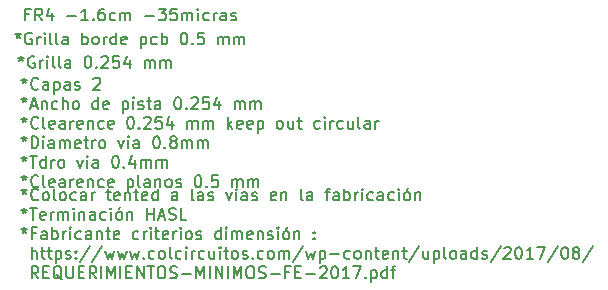
<source format=gbr>
G04 #@! TF.GenerationSoftware,KiCad,Pcbnew,(5.1.2)-1*
G04 #@! TF.CreationDate,2019-06-29T15:08:14-05:00*
G04 #@! TF.ProjectId,TPDSI_1,54504453-495f-4312-9e6b-696361645f70,1.3*
G04 #@! TF.SameCoordinates,Original*
G04 #@! TF.FileFunction,Other,ECO1*
%FSLAX46Y46*%
G04 Gerber Fmt 4.6, Leading zero omitted, Abs format (unit mm)*
G04 Created by KiCad (PCBNEW (5.1.2)-1) date 2019-06-29 15:08:14*
%MOMM*%
%LPD*%
G04 APERTURE LIST*
%ADD10C,0.150000*%
G04 APERTURE END LIST*
D10*
X20928571Y-68396571D02*
X20595238Y-68396571D01*
X20595238Y-68920380D02*
X20595238Y-67920380D01*
X21071428Y-67920380D01*
X22023809Y-68920380D02*
X21690476Y-68444190D01*
X21452380Y-68920380D02*
X21452380Y-67920380D01*
X21833333Y-67920380D01*
X21928571Y-67968000D01*
X21976190Y-68015619D01*
X22023809Y-68110857D01*
X22023809Y-68253714D01*
X21976190Y-68348952D01*
X21928571Y-68396571D01*
X21833333Y-68444190D01*
X21452380Y-68444190D01*
X22880952Y-68253714D02*
X22880952Y-68920380D01*
X22642857Y-67872761D02*
X22404761Y-68587047D01*
X23023809Y-68587047D01*
X24166666Y-68539428D02*
X24928571Y-68539428D01*
X25928571Y-68920380D02*
X25357142Y-68920380D01*
X25642857Y-68920380D02*
X25642857Y-67920380D01*
X25547619Y-68063238D01*
X25452380Y-68158476D01*
X25357142Y-68206095D01*
X26357142Y-68825142D02*
X26404761Y-68872761D01*
X26357142Y-68920380D01*
X26309523Y-68872761D01*
X26357142Y-68825142D01*
X26357142Y-68920380D01*
X27261904Y-67920380D02*
X27071428Y-67920380D01*
X26976190Y-67968000D01*
X26928571Y-68015619D01*
X26833333Y-68158476D01*
X26785714Y-68348952D01*
X26785714Y-68729904D01*
X26833333Y-68825142D01*
X26880952Y-68872761D01*
X26976190Y-68920380D01*
X27166666Y-68920380D01*
X27261904Y-68872761D01*
X27309523Y-68825142D01*
X27357142Y-68729904D01*
X27357142Y-68491809D01*
X27309523Y-68396571D01*
X27261904Y-68348952D01*
X27166666Y-68301333D01*
X26976190Y-68301333D01*
X26880952Y-68348952D01*
X26833333Y-68396571D01*
X26785714Y-68491809D01*
X28214285Y-68872761D02*
X28119047Y-68920380D01*
X27928571Y-68920380D01*
X27833333Y-68872761D01*
X27785714Y-68825142D01*
X27738095Y-68729904D01*
X27738095Y-68444190D01*
X27785714Y-68348952D01*
X27833333Y-68301333D01*
X27928571Y-68253714D01*
X28119047Y-68253714D01*
X28214285Y-68301333D01*
X28642857Y-68920380D02*
X28642857Y-68253714D01*
X28642857Y-68348952D02*
X28690476Y-68301333D01*
X28785714Y-68253714D01*
X28928571Y-68253714D01*
X29023809Y-68301333D01*
X29071428Y-68396571D01*
X29071428Y-68920380D01*
X29071428Y-68396571D02*
X29119047Y-68301333D01*
X29214285Y-68253714D01*
X29357142Y-68253714D01*
X29452380Y-68301333D01*
X29500000Y-68396571D01*
X29500000Y-68920380D01*
X30738095Y-68539428D02*
X31500000Y-68539428D01*
X31880952Y-67920380D02*
X32500000Y-67920380D01*
X32166666Y-68301333D01*
X32309523Y-68301333D01*
X32404761Y-68348952D01*
X32452380Y-68396571D01*
X32500000Y-68491809D01*
X32500000Y-68729904D01*
X32452380Y-68825142D01*
X32404761Y-68872761D01*
X32309523Y-68920380D01*
X32023809Y-68920380D01*
X31928571Y-68872761D01*
X31880952Y-68825142D01*
X33404761Y-67920380D02*
X32928571Y-67920380D01*
X32880952Y-68396571D01*
X32928571Y-68348952D01*
X33023809Y-68301333D01*
X33261904Y-68301333D01*
X33357142Y-68348952D01*
X33404761Y-68396571D01*
X33452380Y-68491809D01*
X33452380Y-68729904D01*
X33404761Y-68825142D01*
X33357142Y-68872761D01*
X33261904Y-68920380D01*
X33023809Y-68920380D01*
X32928571Y-68872761D01*
X32880952Y-68825142D01*
X33880952Y-68920380D02*
X33880952Y-68253714D01*
X33880952Y-68348952D02*
X33928571Y-68301333D01*
X34023809Y-68253714D01*
X34166666Y-68253714D01*
X34261904Y-68301333D01*
X34309523Y-68396571D01*
X34309523Y-68920380D01*
X34309523Y-68396571D02*
X34357142Y-68301333D01*
X34452380Y-68253714D01*
X34595238Y-68253714D01*
X34690476Y-68301333D01*
X34738095Y-68396571D01*
X34738095Y-68920380D01*
X35214285Y-68920380D02*
X35214285Y-68253714D01*
X35214285Y-67920380D02*
X35166666Y-67968000D01*
X35214285Y-68015619D01*
X35261904Y-67968000D01*
X35214285Y-67920380D01*
X35214285Y-68015619D01*
X36119047Y-68872761D02*
X36023809Y-68920380D01*
X35833333Y-68920380D01*
X35738095Y-68872761D01*
X35690476Y-68825142D01*
X35642857Y-68729904D01*
X35642857Y-68444190D01*
X35690476Y-68348952D01*
X35738095Y-68301333D01*
X35833333Y-68253714D01*
X36023809Y-68253714D01*
X36119047Y-68301333D01*
X36547619Y-68920380D02*
X36547619Y-68253714D01*
X36547619Y-68444190D02*
X36595238Y-68348952D01*
X36642857Y-68301333D01*
X36738095Y-68253714D01*
X36833333Y-68253714D01*
X37595238Y-68920380D02*
X37595238Y-68396571D01*
X37547619Y-68301333D01*
X37452380Y-68253714D01*
X37261904Y-68253714D01*
X37166666Y-68301333D01*
X37595238Y-68872761D02*
X37500000Y-68920380D01*
X37261904Y-68920380D01*
X37166666Y-68872761D01*
X37119047Y-68777523D01*
X37119047Y-68682285D01*
X37166666Y-68587047D01*
X37261904Y-68539428D01*
X37500000Y-68539428D01*
X37595238Y-68491809D01*
X38023809Y-68872761D02*
X38119047Y-68920380D01*
X38309523Y-68920380D01*
X38404761Y-68872761D01*
X38452380Y-68777523D01*
X38452380Y-68729904D01*
X38404761Y-68634666D01*
X38309523Y-68587047D01*
X38166666Y-68587047D01*
X38071428Y-68539428D01*
X38023809Y-68444190D01*
X38023809Y-68396571D01*
X38071428Y-68301333D01*
X38166666Y-68253714D01*
X38309523Y-68253714D01*
X38404761Y-68301333D01*
X20000000Y-69952380D02*
X20000000Y-70190476D01*
X19761904Y-70095238D02*
X20000000Y-70190476D01*
X20238095Y-70095238D01*
X19857142Y-70380952D02*
X20000000Y-70190476D01*
X20142857Y-70380952D01*
X21142857Y-70000000D02*
X21047619Y-69952380D01*
X20904761Y-69952380D01*
X20761904Y-70000000D01*
X20666666Y-70095238D01*
X20619047Y-70190476D01*
X20571428Y-70380952D01*
X20571428Y-70523809D01*
X20619047Y-70714285D01*
X20666666Y-70809523D01*
X20761904Y-70904761D01*
X20904761Y-70952380D01*
X21000000Y-70952380D01*
X21142857Y-70904761D01*
X21190476Y-70857142D01*
X21190476Y-70523809D01*
X21000000Y-70523809D01*
X21619047Y-70952380D02*
X21619047Y-70285714D01*
X21619047Y-70476190D02*
X21666666Y-70380952D01*
X21714285Y-70333333D01*
X21809523Y-70285714D01*
X21904761Y-70285714D01*
X22238095Y-70952380D02*
X22238095Y-70285714D01*
X22238095Y-69952380D02*
X22190476Y-70000000D01*
X22238095Y-70047619D01*
X22285714Y-70000000D01*
X22238095Y-69952380D01*
X22238095Y-70047619D01*
X22857142Y-70952380D02*
X22761904Y-70904761D01*
X22714285Y-70809523D01*
X22714285Y-69952380D01*
X23380952Y-70952380D02*
X23285714Y-70904761D01*
X23238095Y-70809523D01*
X23238095Y-69952380D01*
X24190476Y-70952380D02*
X24190476Y-70428571D01*
X24142857Y-70333333D01*
X24047619Y-70285714D01*
X23857142Y-70285714D01*
X23761904Y-70333333D01*
X24190476Y-70904761D02*
X24095238Y-70952380D01*
X23857142Y-70952380D01*
X23761904Y-70904761D01*
X23714285Y-70809523D01*
X23714285Y-70714285D01*
X23761904Y-70619047D01*
X23857142Y-70571428D01*
X24095238Y-70571428D01*
X24190476Y-70523809D01*
X25428571Y-70952380D02*
X25428571Y-69952380D01*
X25428571Y-70333333D02*
X25523809Y-70285714D01*
X25714285Y-70285714D01*
X25809523Y-70333333D01*
X25857142Y-70380952D01*
X25904761Y-70476190D01*
X25904761Y-70761904D01*
X25857142Y-70857142D01*
X25809523Y-70904761D01*
X25714285Y-70952380D01*
X25523809Y-70952380D01*
X25428571Y-70904761D01*
X26476190Y-70952380D02*
X26380952Y-70904761D01*
X26333333Y-70857142D01*
X26285714Y-70761904D01*
X26285714Y-70476190D01*
X26333333Y-70380952D01*
X26380952Y-70333333D01*
X26476190Y-70285714D01*
X26619047Y-70285714D01*
X26714285Y-70333333D01*
X26761904Y-70380952D01*
X26809523Y-70476190D01*
X26809523Y-70761904D01*
X26761904Y-70857142D01*
X26714285Y-70904761D01*
X26619047Y-70952380D01*
X26476190Y-70952380D01*
X27238095Y-70952380D02*
X27238095Y-70285714D01*
X27238095Y-70476190D02*
X27285714Y-70380952D01*
X27333333Y-70333333D01*
X27428571Y-70285714D01*
X27523809Y-70285714D01*
X28285714Y-70952380D02*
X28285714Y-69952380D01*
X28285714Y-70904761D02*
X28190476Y-70952380D01*
X28000000Y-70952380D01*
X27904761Y-70904761D01*
X27857142Y-70857142D01*
X27809523Y-70761904D01*
X27809523Y-70476190D01*
X27857142Y-70380952D01*
X27904761Y-70333333D01*
X28000000Y-70285714D01*
X28190476Y-70285714D01*
X28285714Y-70333333D01*
X29142857Y-70904761D02*
X29047619Y-70952380D01*
X28857142Y-70952380D01*
X28761904Y-70904761D01*
X28714285Y-70809523D01*
X28714285Y-70428571D01*
X28761904Y-70333333D01*
X28857142Y-70285714D01*
X29047619Y-70285714D01*
X29142857Y-70333333D01*
X29190476Y-70428571D01*
X29190476Y-70523809D01*
X28714285Y-70619047D01*
X30380952Y-70285714D02*
X30380952Y-71285714D01*
X30380952Y-70333333D02*
X30476190Y-70285714D01*
X30666666Y-70285714D01*
X30761904Y-70333333D01*
X30809523Y-70380952D01*
X30857142Y-70476190D01*
X30857142Y-70761904D01*
X30809523Y-70857142D01*
X30761904Y-70904761D01*
X30666666Y-70952380D01*
X30476190Y-70952380D01*
X30380952Y-70904761D01*
X31714285Y-70904761D02*
X31619047Y-70952380D01*
X31428571Y-70952380D01*
X31333333Y-70904761D01*
X31285714Y-70857142D01*
X31238095Y-70761904D01*
X31238095Y-70476190D01*
X31285714Y-70380952D01*
X31333333Y-70333333D01*
X31428571Y-70285714D01*
X31619047Y-70285714D01*
X31714285Y-70333333D01*
X32142857Y-70952380D02*
X32142857Y-69952380D01*
X32142857Y-70333333D02*
X32238095Y-70285714D01*
X32428571Y-70285714D01*
X32523809Y-70333333D01*
X32571428Y-70380952D01*
X32619047Y-70476190D01*
X32619047Y-70761904D01*
X32571428Y-70857142D01*
X32523809Y-70904761D01*
X32428571Y-70952380D01*
X32238095Y-70952380D01*
X32142857Y-70904761D01*
X34000000Y-69952380D02*
X34095238Y-69952380D01*
X34190476Y-70000000D01*
X34238095Y-70047619D01*
X34285714Y-70142857D01*
X34333333Y-70333333D01*
X34333333Y-70571428D01*
X34285714Y-70761904D01*
X34238095Y-70857142D01*
X34190476Y-70904761D01*
X34095238Y-70952380D01*
X34000000Y-70952380D01*
X33904761Y-70904761D01*
X33857142Y-70857142D01*
X33809523Y-70761904D01*
X33761904Y-70571428D01*
X33761904Y-70333333D01*
X33809523Y-70142857D01*
X33857142Y-70047619D01*
X33904761Y-70000000D01*
X34000000Y-69952380D01*
X34761904Y-70857142D02*
X34809523Y-70904761D01*
X34761904Y-70952380D01*
X34714285Y-70904761D01*
X34761904Y-70857142D01*
X34761904Y-70952380D01*
X35714285Y-69952380D02*
X35238095Y-69952380D01*
X35190476Y-70428571D01*
X35238095Y-70380952D01*
X35333333Y-70333333D01*
X35571428Y-70333333D01*
X35666666Y-70380952D01*
X35714285Y-70428571D01*
X35761904Y-70523809D01*
X35761904Y-70761904D01*
X35714285Y-70857142D01*
X35666666Y-70904761D01*
X35571428Y-70952380D01*
X35333333Y-70952380D01*
X35238095Y-70904761D01*
X35190476Y-70857142D01*
X36952380Y-70952380D02*
X36952380Y-70285714D01*
X36952380Y-70380952D02*
X37000000Y-70333333D01*
X37095238Y-70285714D01*
X37238095Y-70285714D01*
X37333333Y-70333333D01*
X37380952Y-70428571D01*
X37380952Y-70952380D01*
X37380952Y-70428571D02*
X37428571Y-70333333D01*
X37523809Y-70285714D01*
X37666666Y-70285714D01*
X37761904Y-70333333D01*
X37809523Y-70428571D01*
X37809523Y-70952380D01*
X38285714Y-70952380D02*
X38285714Y-70285714D01*
X38285714Y-70380952D02*
X38333333Y-70333333D01*
X38428571Y-70285714D01*
X38571428Y-70285714D01*
X38666666Y-70333333D01*
X38714285Y-70428571D01*
X38714285Y-70952380D01*
X38714285Y-70428571D02*
X38761904Y-70333333D01*
X38857142Y-70285714D01*
X38999999Y-70285714D01*
X39095238Y-70333333D01*
X39142857Y-70428571D01*
X39142857Y-70952380D01*
X20516452Y-83152380D02*
X20516452Y-83390476D01*
X20278357Y-83295238D02*
X20516452Y-83390476D01*
X20754547Y-83295238D01*
X20373595Y-83580952D02*
X20516452Y-83390476D01*
X20659309Y-83580952D01*
X21706928Y-84057142D02*
X21659309Y-84104761D01*
X21516452Y-84152380D01*
X21421214Y-84152380D01*
X21278357Y-84104761D01*
X21183119Y-84009523D01*
X21135500Y-83914285D01*
X21087880Y-83723809D01*
X21087880Y-83580952D01*
X21135500Y-83390476D01*
X21183119Y-83295238D01*
X21278357Y-83200000D01*
X21421214Y-83152380D01*
X21516452Y-83152380D01*
X21659309Y-83200000D01*
X21706928Y-83247619D01*
X22278357Y-84152380D02*
X22183119Y-84104761D01*
X22135500Y-84057142D01*
X22087880Y-83961904D01*
X22087880Y-83676190D01*
X22135500Y-83580952D01*
X22183119Y-83533333D01*
X22278357Y-83485714D01*
X22421214Y-83485714D01*
X22516452Y-83533333D01*
X22564071Y-83580952D01*
X22611690Y-83676190D01*
X22611690Y-83961904D01*
X22564071Y-84057142D01*
X22516452Y-84104761D01*
X22421214Y-84152380D01*
X22278357Y-84152380D01*
X23183119Y-84152380D02*
X23087880Y-84104761D01*
X23040261Y-84009523D01*
X23040261Y-83152380D01*
X23706928Y-84152380D02*
X23611690Y-84104761D01*
X23564071Y-84057142D01*
X23516452Y-83961904D01*
X23516452Y-83676190D01*
X23564071Y-83580952D01*
X23611690Y-83533333D01*
X23706928Y-83485714D01*
X23849785Y-83485714D01*
X23945023Y-83533333D01*
X23992642Y-83580952D01*
X24040261Y-83676190D01*
X24040261Y-83961904D01*
X23992642Y-84057142D01*
X23945023Y-84104761D01*
X23849785Y-84152380D01*
X23706928Y-84152380D01*
X24897404Y-84104761D02*
X24802166Y-84152380D01*
X24611690Y-84152380D01*
X24516452Y-84104761D01*
X24468833Y-84057142D01*
X24421214Y-83961904D01*
X24421214Y-83676190D01*
X24468833Y-83580952D01*
X24516452Y-83533333D01*
X24611690Y-83485714D01*
X24802166Y-83485714D01*
X24897404Y-83533333D01*
X25754547Y-84152380D02*
X25754547Y-83628571D01*
X25706928Y-83533333D01*
X25611690Y-83485714D01*
X25421214Y-83485714D01*
X25325976Y-83533333D01*
X25754547Y-84104761D02*
X25659309Y-84152380D01*
X25421214Y-84152380D01*
X25325976Y-84104761D01*
X25278357Y-84009523D01*
X25278357Y-83914285D01*
X25325976Y-83819047D01*
X25421214Y-83771428D01*
X25659309Y-83771428D01*
X25754547Y-83723809D01*
X26230738Y-84152380D02*
X26230738Y-83485714D01*
X26230738Y-83676190D02*
X26278357Y-83580952D01*
X26325976Y-83533333D01*
X26421214Y-83485714D01*
X26516452Y-83485714D01*
X27468833Y-83485714D02*
X27849785Y-83485714D01*
X27611690Y-83152380D02*
X27611690Y-84009523D01*
X27659309Y-84104761D01*
X27754547Y-84152380D01*
X27849785Y-84152380D01*
X28564071Y-84104761D02*
X28468833Y-84152380D01*
X28278357Y-84152380D01*
X28183119Y-84104761D01*
X28135500Y-84009523D01*
X28135500Y-83628571D01*
X28183119Y-83533333D01*
X28278357Y-83485714D01*
X28468833Y-83485714D01*
X28564071Y-83533333D01*
X28611690Y-83628571D01*
X28611690Y-83723809D01*
X28135500Y-83819047D01*
X29040261Y-83485714D02*
X29040261Y-84152380D01*
X29040261Y-83580952D02*
X29087880Y-83533333D01*
X29183119Y-83485714D01*
X29325976Y-83485714D01*
X29421214Y-83533333D01*
X29468833Y-83628571D01*
X29468833Y-84152380D01*
X29802166Y-83485714D02*
X30183119Y-83485714D01*
X29945023Y-83152380D02*
X29945023Y-84009523D01*
X29992642Y-84104761D01*
X30087880Y-84152380D01*
X30183119Y-84152380D01*
X30897404Y-84104761D02*
X30802166Y-84152380D01*
X30611690Y-84152380D01*
X30516452Y-84104761D01*
X30468833Y-84009523D01*
X30468833Y-83628571D01*
X30516452Y-83533333D01*
X30611690Y-83485714D01*
X30802166Y-83485714D01*
X30897404Y-83533333D01*
X30945023Y-83628571D01*
X30945023Y-83723809D01*
X30468833Y-83819047D01*
X31802166Y-84152380D02*
X31802166Y-83152380D01*
X31802166Y-84104761D02*
X31706928Y-84152380D01*
X31516452Y-84152380D01*
X31421214Y-84104761D01*
X31373595Y-84057142D01*
X31325976Y-83961904D01*
X31325976Y-83676190D01*
X31373595Y-83580952D01*
X31421214Y-83533333D01*
X31516452Y-83485714D01*
X31706928Y-83485714D01*
X31802166Y-83533333D01*
X33468833Y-84152380D02*
X33468833Y-83628571D01*
X33421214Y-83533333D01*
X33325976Y-83485714D01*
X33135500Y-83485714D01*
X33040261Y-83533333D01*
X33468833Y-84104761D02*
X33373595Y-84152380D01*
X33135500Y-84152380D01*
X33040261Y-84104761D01*
X32992642Y-84009523D01*
X32992642Y-83914285D01*
X33040261Y-83819047D01*
X33135500Y-83771428D01*
X33373595Y-83771428D01*
X33468833Y-83723809D01*
X34849785Y-84152380D02*
X34754547Y-84104761D01*
X34706928Y-84009523D01*
X34706928Y-83152380D01*
X35659309Y-84152380D02*
X35659309Y-83628571D01*
X35611690Y-83533333D01*
X35516452Y-83485714D01*
X35325976Y-83485714D01*
X35230738Y-83533333D01*
X35659309Y-84104761D02*
X35564071Y-84152380D01*
X35325976Y-84152380D01*
X35230738Y-84104761D01*
X35183119Y-84009523D01*
X35183119Y-83914285D01*
X35230738Y-83819047D01*
X35325976Y-83771428D01*
X35564071Y-83771428D01*
X35659309Y-83723809D01*
X36087880Y-84104761D02*
X36183119Y-84152380D01*
X36373595Y-84152380D01*
X36468833Y-84104761D01*
X36516452Y-84009523D01*
X36516452Y-83961904D01*
X36468833Y-83866666D01*
X36373595Y-83819047D01*
X36230738Y-83819047D01*
X36135500Y-83771428D01*
X36087880Y-83676190D01*
X36087880Y-83628571D01*
X36135500Y-83533333D01*
X36230738Y-83485714D01*
X36373595Y-83485714D01*
X36468833Y-83533333D01*
X37611690Y-83485714D02*
X37849785Y-84152380D01*
X38087880Y-83485714D01*
X38468833Y-84152380D02*
X38468833Y-83485714D01*
X38468833Y-83152380D02*
X38421214Y-83200000D01*
X38468833Y-83247619D01*
X38516452Y-83200000D01*
X38468833Y-83152380D01*
X38468833Y-83247619D01*
X39373595Y-84152380D02*
X39373595Y-83628571D01*
X39325976Y-83533333D01*
X39230738Y-83485714D01*
X39040261Y-83485714D01*
X38945023Y-83533333D01*
X39373595Y-84104761D02*
X39278357Y-84152380D01*
X39040261Y-84152380D01*
X38945023Y-84104761D01*
X38897404Y-84009523D01*
X38897404Y-83914285D01*
X38945023Y-83819047D01*
X39040261Y-83771428D01*
X39278357Y-83771428D01*
X39373595Y-83723809D01*
X39802166Y-84104761D02*
X39897404Y-84152380D01*
X40087880Y-84152380D01*
X40183119Y-84104761D01*
X40230738Y-84009523D01*
X40230738Y-83961904D01*
X40183119Y-83866666D01*
X40087880Y-83819047D01*
X39945023Y-83819047D01*
X39849785Y-83771428D01*
X39802166Y-83676190D01*
X39802166Y-83628571D01*
X39849785Y-83533333D01*
X39945023Y-83485714D01*
X40087880Y-83485714D01*
X40183119Y-83533333D01*
X41802166Y-84104761D02*
X41706928Y-84152380D01*
X41516452Y-84152380D01*
X41421214Y-84104761D01*
X41373595Y-84009523D01*
X41373595Y-83628571D01*
X41421214Y-83533333D01*
X41516452Y-83485714D01*
X41706928Y-83485714D01*
X41802166Y-83533333D01*
X41849785Y-83628571D01*
X41849785Y-83723809D01*
X41373595Y-83819047D01*
X42278357Y-83485714D02*
X42278357Y-84152380D01*
X42278357Y-83580952D02*
X42325976Y-83533333D01*
X42421214Y-83485714D01*
X42564071Y-83485714D01*
X42659309Y-83533333D01*
X42706928Y-83628571D01*
X42706928Y-84152380D01*
X44087880Y-84152380D02*
X43992642Y-84104761D01*
X43945023Y-84009523D01*
X43945023Y-83152380D01*
X44897404Y-84152380D02*
X44897404Y-83628571D01*
X44849785Y-83533333D01*
X44754547Y-83485714D01*
X44564071Y-83485714D01*
X44468833Y-83533333D01*
X44897404Y-84104761D02*
X44802166Y-84152380D01*
X44564071Y-84152380D01*
X44468833Y-84104761D01*
X44421214Y-84009523D01*
X44421214Y-83914285D01*
X44468833Y-83819047D01*
X44564071Y-83771428D01*
X44802166Y-83771428D01*
X44897404Y-83723809D01*
X45992642Y-83485714D02*
X46373595Y-83485714D01*
X46135499Y-84152380D02*
X46135499Y-83295238D01*
X46183119Y-83200000D01*
X46278357Y-83152380D01*
X46373595Y-83152380D01*
X47135499Y-84152380D02*
X47135499Y-83628571D01*
X47087880Y-83533333D01*
X46992642Y-83485714D01*
X46802166Y-83485714D01*
X46706928Y-83533333D01*
X47135499Y-84104761D02*
X47040261Y-84152380D01*
X46802166Y-84152380D01*
X46706928Y-84104761D01*
X46659309Y-84009523D01*
X46659309Y-83914285D01*
X46706928Y-83819047D01*
X46802166Y-83771428D01*
X47040261Y-83771428D01*
X47135499Y-83723809D01*
X47611690Y-84152380D02*
X47611690Y-83152380D01*
X47611690Y-83533333D02*
X47706928Y-83485714D01*
X47897404Y-83485714D01*
X47992642Y-83533333D01*
X48040261Y-83580952D01*
X48087880Y-83676190D01*
X48087880Y-83961904D01*
X48040261Y-84057142D01*
X47992642Y-84104761D01*
X47897404Y-84152380D01*
X47706928Y-84152380D01*
X47611690Y-84104761D01*
X48516452Y-84152380D02*
X48516452Y-83485714D01*
X48516452Y-83676190D02*
X48564071Y-83580952D01*
X48611690Y-83533333D01*
X48706928Y-83485714D01*
X48802166Y-83485714D01*
X49135499Y-84152380D02*
X49135499Y-83485714D01*
X49135499Y-83152380D02*
X49087880Y-83200000D01*
X49135499Y-83247619D01*
X49183119Y-83200000D01*
X49135499Y-83152380D01*
X49135499Y-83247619D01*
X50040261Y-84104761D02*
X49945023Y-84152380D01*
X49754547Y-84152380D01*
X49659309Y-84104761D01*
X49611690Y-84057142D01*
X49564071Y-83961904D01*
X49564071Y-83676190D01*
X49611690Y-83580952D01*
X49659309Y-83533333D01*
X49754547Y-83485714D01*
X49945023Y-83485714D01*
X50040261Y-83533333D01*
X50897404Y-84152380D02*
X50897404Y-83628571D01*
X50849785Y-83533333D01*
X50754547Y-83485714D01*
X50564071Y-83485714D01*
X50468833Y-83533333D01*
X50897404Y-84104761D02*
X50802166Y-84152380D01*
X50564071Y-84152380D01*
X50468833Y-84104761D01*
X50421214Y-84009523D01*
X50421214Y-83914285D01*
X50468833Y-83819047D01*
X50564071Y-83771428D01*
X50802166Y-83771428D01*
X50897404Y-83723809D01*
X51802166Y-84104761D02*
X51706928Y-84152380D01*
X51516452Y-84152380D01*
X51421214Y-84104761D01*
X51373595Y-84057142D01*
X51325976Y-83961904D01*
X51325976Y-83676190D01*
X51373595Y-83580952D01*
X51421214Y-83533333D01*
X51516452Y-83485714D01*
X51706928Y-83485714D01*
X51802166Y-83533333D01*
X52230738Y-84152380D02*
X52230738Y-83485714D01*
X52230738Y-83152380D02*
X52183119Y-83200000D01*
X52230738Y-83247619D01*
X52278357Y-83200000D01*
X52230738Y-83152380D01*
X52230738Y-83247619D01*
X52849785Y-84152380D02*
X52754547Y-84104761D01*
X52706928Y-84057142D01*
X52659309Y-83961904D01*
X52659309Y-83676190D01*
X52706928Y-83580952D01*
X52754547Y-83533333D01*
X52849785Y-83485714D01*
X52992642Y-83485714D01*
X53087880Y-83533333D01*
X53135499Y-83580952D01*
X53183119Y-83676190D01*
X53183119Y-83961904D01*
X53135499Y-84057142D01*
X53087880Y-84104761D01*
X52992642Y-84152380D01*
X52849785Y-84152380D01*
X53040261Y-83104761D02*
X52897404Y-83247619D01*
X53611690Y-83485714D02*
X53611690Y-84152380D01*
X53611690Y-83580952D02*
X53659309Y-83533333D01*
X53754547Y-83485714D01*
X53897404Y-83485714D01*
X53992642Y-83533333D01*
X54040261Y-83628571D01*
X54040261Y-84152380D01*
X20516452Y-84802380D02*
X20516452Y-85040476D01*
X20278357Y-84945238D02*
X20516452Y-85040476D01*
X20754547Y-84945238D01*
X20373595Y-85230952D02*
X20516452Y-85040476D01*
X20659309Y-85230952D01*
X20992642Y-84802380D02*
X21564071Y-84802380D01*
X21278357Y-85802380D02*
X21278357Y-84802380D01*
X22278357Y-85754761D02*
X22183119Y-85802380D01*
X21992642Y-85802380D01*
X21897404Y-85754761D01*
X21849785Y-85659523D01*
X21849785Y-85278571D01*
X21897404Y-85183333D01*
X21992642Y-85135714D01*
X22183119Y-85135714D01*
X22278357Y-85183333D01*
X22325976Y-85278571D01*
X22325976Y-85373809D01*
X21849785Y-85469047D01*
X22754547Y-85802380D02*
X22754547Y-85135714D01*
X22754547Y-85326190D02*
X22802166Y-85230952D01*
X22849785Y-85183333D01*
X22945023Y-85135714D01*
X23040261Y-85135714D01*
X23373595Y-85802380D02*
X23373595Y-85135714D01*
X23373595Y-85230952D02*
X23421214Y-85183333D01*
X23516452Y-85135714D01*
X23659309Y-85135714D01*
X23754547Y-85183333D01*
X23802166Y-85278571D01*
X23802166Y-85802380D01*
X23802166Y-85278571D02*
X23849785Y-85183333D01*
X23945023Y-85135714D01*
X24087880Y-85135714D01*
X24183119Y-85183333D01*
X24230738Y-85278571D01*
X24230738Y-85802380D01*
X24706928Y-85802380D02*
X24706928Y-85135714D01*
X24706928Y-84802380D02*
X24659309Y-84850000D01*
X24706928Y-84897619D01*
X24754547Y-84850000D01*
X24706928Y-84802380D01*
X24706928Y-84897619D01*
X25183119Y-85135714D02*
X25183119Y-85802380D01*
X25183119Y-85230952D02*
X25230738Y-85183333D01*
X25325976Y-85135714D01*
X25468833Y-85135714D01*
X25564071Y-85183333D01*
X25611690Y-85278571D01*
X25611690Y-85802380D01*
X26516452Y-85802380D02*
X26516452Y-85278571D01*
X26468833Y-85183333D01*
X26373595Y-85135714D01*
X26183119Y-85135714D01*
X26087880Y-85183333D01*
X26516452Y-85754761D02*
X26421214Y-85802380D01*
X26183119Y-85802380D01*
X26087880Y-85754761D01*
X26040261Y-85659523D01*
X26040261Y-85564285D01*
X26087880Y-85469047D01*
X26183119Y-85421428D01*
X26421214Y-85421428D01*
X26516452Y-85373809D01*
X27421214Y-85754761D02*
X27325976Y-85802380D01*
X27135500Y-85802380D01*
X27040261Y-85754761D01*
X26992642Y-85707142D01*
X26945023Y-85611904D01*
X26945023Y-85326190D01*
X26992642Y-85230952D01*
X27040261Y-85183333D01*
X27135500Y-85135714D01*
X27325976Y-85135714D01*
X27421214Y-85183333D01*
X27849785Y-85802380D02*
X27849785Y-85135714D01*
X27849785Y-84802380D02*
X27802166Y-84850000D01*
X27849785Y-84897619D01*
X27897404Y-84850000D01*
X27849785Y-84802380D01*
X27849785Y-84897619D01*
X28468833Y-85802380D02*
X28373595Y-85754761D01*
X28325976Y-85707142D01*
X28278357Y-85611904D01*
X28278357Y-85326190D01*
X28325976Y-85230952D01*
X28373595Y-85183333D01*
X28468833Y-85135714D01*
X28611690Y-85135714D01*
X28706928Y-85183333D01*
X28754547Y-85230952D01*
X28802166Y-85326190D01*
X28802166Y-85611904D01*
X28754547Y-85707142D01*
X28706928Y-85754761D01*
X28611690Y-85802380D01*
X28468833Y-85802380D01*
X28659309Y-84754761D02*
X28516452Y-84897619D01*
X29230738Y-85135714D02*
X29230738Y-85802380D01*
X29230738Y-85230952D02*
X29278357Y-85183333D01*
X29373595Y-85135714D01*
X29516452Y-85135714D01*
X29611690Y-85183333D01*
X29659309Y-85278571D01*
X29659309Y-85802380D01*
X30897404Y-85802380D02*
X30897404Y-84802380D01*
X30897404Y-85278571D02*
X31468833Y-85278571D01*
X31468833Y-85802380D02*
X31468833Y-84802380D01*
X31897404Y-85516666D02*
X32373595Y-85516666D01*
X31802166Y-85802380D02*
X32135500Y-84802380D01*
X32468833Y-85802380D01*
X32754547Y-85754761D02*
X32897404Y-85802380D01*
X33135499Y-85802380D01*
X33230738Y-85754761D01*
X33278357Y-85707142D01*
X33325976Y-85611904D01*
X33325976Y-85516666D01*
X33278357Y-85421428D01*
X33230738Y-85373809D01*
X33135499Y-85326190D01*
X32945023Y-85278571D01*
X32849785Y-85230952D01*
X32802166Y-85183333D01*
X32754547Y-85088095D01*
X32754547Y-84992857D01*
X32802166Y-84897619D01*
X32849785Y-84850000D01*
X32945023Y-84802380D01*
X33183119Y-84802380D01*
X33325976Y-84850000D01*
X34230738Y-85802380D02*
X33754547Y-85802380D01*
X33754547Y-84802380D01*
X20516452Y-86452380D02*
X20516452Y-86690476D01*
X20278357Y-86595238D02*
X20516452Y-86690476D01*
X20754547Y-86595238D01*
X20373595Y-86880952D02*
X20516452Y-86690476D01*
X20659309Y-86880952D01*
X21468833Y-86928571D02*
X21135500Y-86928571D01*
X21135500Y-87452380D02*
X21135500Y-86452380D01*
X21611690Y-86452380D01*
X22421214Y-87452380D02*
X22421214Y-86928571D01*
X22373595Y-86833333D01*
X22278357Y-86785714D01*
X22087880Y-86785714D01*
X21992642Y-86833333D01*
X22421214Y-87404761D02*
X22325976Y-87452380D01*
X22087880Y-87452380D01*
X21992642Y-87404761D01*
X21945023Y-87309523D01*
X21945023Y-87214285D01*
X21992642Y-87119047D01*
X22087880Y-87071428D01*
X22325976Y-87071428D01*
X22421214Y-87023809D01*
X22897404Y-87452380D02*
X22897404Y-86452380D01*
X22897404Y-86833333D02*
X22992642Y-86785714D01*
X23183119Y-86785714D01*
X23278357Y-86833333D01*
X23325976Y-86880952D01*
X23373595Y-86976190D01*
X23373595Y-87261904D01*
X23325976Y-87357142D01*
X23278357Y-87404761D01*
X23183119Y-87452380D01*
X22992642Y-87452380D01*
X22897404Y-87404761D01*
X23802166Y-87452380D02*
X23802166Y-86785714D01*
X23802166Y-86976190D02*
X23849785Y-86880952D01*
X23897404Y-86833333D01*
X23992642Y-86785714D01*
X24087880Y-86785714D01*
X24421214Y-87452380D02*
X24421214Y-86785714D01*
X24421214Y-86452380D02*
X24373595Y-86500000D01*
X24421214Y-86547619D01*
X24468833Y-86500000D01*
X24421214Y-86452380D01*
X24421214Y-86547619D01*
X25325976Y-87404761D02*
X25230738Y-87452380D01*
X25040261Y-87452380D01*
X24945023Y-87404761D01*
X24897404Y-87357142D01*
X24849785Y-87261904D01*
X24849785Y-86976190D01*
X24897404Y-86880952D01*
X24945023Y-86833333D01*
X25040261Y-86785714D01*
X25230738Y-86785714D01*
X25325976Y-86833333D01*
X26183119Y-87452380D02*
X26183119Y-86928571D01*
X26135500Y-86833333D01*
X26040261Y-86785714D01*
X25849785Y-86785714D01*
X25754547Y-86833333D01*
X26183119Y-87404761D02*
X26087880Y-87452380D01*
X25849785Y-87452380D01*
X25754547Y-87404761D01*
X25706928Y-87309523D01*
X25706928Y-87214285D01*
X25754547Y-87119047D01*
X25849785Y-87071428D01*
X26087880Y-87071428D01*
X26183119Y-87023809D01*
X26659309Y-86785714D02*
X26659309Y-87452380D01*
X26659309Y-86880952D02*
X26706928Y-86833333D01*
X26802166Y-86785714D01*
X26945023Y-86785714D01*
X27040261Y-86833333D01*
X27087880Y-86928571D01*
X27087880Y-87452380D01*
X27421214Y-86785714D02*
X27802166Y-86785714D01*
X27564071Y-86452380D02*
X27564071Y-87309523D01*
X27611690Y-87404761D01*
X27706928Y-87452380D01*
X27802166Y-87452380D01*
X28516452Y-87404761D02*
X28421214Y-87452380D01*
X28230738Y-87452380D01*
X28135500Y-87404761D01*
X28087880Y-87309523D01*
X28087880Y-86928571D01*
X28135500Y-86833333D01*
X28230738Y-86785714D01*
X28421214Y-86785714D01*
X28516452Y-86833333D01*
X28564071Y-86928571D01*
X28564071Y-87023809D01*
X28087880Y-87119047D01*
X30183119Y-87404761D02*
X30087880Y-87452380D01*
X29897404Y-87452380D01*
X29802166Y-87404761D01*
X29754547Y-87357142D01*
X29706928Y-87261904D01*
X29706928Y-86976190D01*
X29754547Y-86880952D01*
X29802166Y-86833333D01*
X29897404Y-86785714D01*
X30087880Y-86785714D01*
X30183119Y-86833333D01*
X30611690Y-87452380D02*
X30611690Y-86785714D01*
X30611690Y-86976190D02*
X30659309Y-86880952D01*
X30706928Y-86833333D01*
X30802166Y-86785714D01*
X30897404Y-86785714D01*
X31230738Y-87452380D02*
X31230738Y-86785714D01*
X31230738Y-86452380D02*
X31183119Y-86500000D01*
X31230738Y-86547619D01*
X31278357Y-86500000D01*
X31230738Y-86452380D01*
X31230738Y-86547619D01*
X31564071Y-86785714D02*
X31945023Y-86785714D01*
X31706928Y-86452380D02*
X31706928Y-87309523D01*
X31754547Y-87404761D01*
X31849785Y-87452380D01*
X31945023Y-87452380D01*
X32659309Y-87404761D02*
X32564071Y-87452380D01*
X32373595Y-87452380D01*
X32278357Y-87404761D01*
X32230738Y-87309523D01*
X32230738Y-86928571D01*
X32278357Y-86833333D01*
X32373595Y-86785714D01*
X32564071Y-86785714D01*
X32659309Y-86833333D01*
X32706928Y-86928571D01*
X32706928Y-87023809D01*
X32230738Y-87119047D01*
X33135499Y-87452380D02*
X33135499Y-86785714D01*
X33135499Y-86976190D02*
X33183119Y-86880952D01*
X33230738Y-86833333D01*
X33325976Y-86785714D01*
X33421214Y-86785714D01*
X33754547Y-87452380D02*
X33754547Y-86785714D01*
X33754547Y-86452380D02*
X33706928Y-86500000D01*
X33754547Y-86547619D01*
X33802166Y-86500000D01*
X33754547Y-86452380D01*
X33754547Y-86547619D01*
X34373595Y-87452380D02*
X34278357Y-87404761D01*
X34230738Y-87357142D01*
X34183119Y-87261904D01*
X34183119Y-86976190D01*
X34230738Y-86880952D01*
X34278357Y-86833333D01*
X34373595Y-86785714D01*
X34516452Y-86785714D01*
X34611690Y-86833333D01*
X34659309Y-86880952D01*
X34706928Y-86976190D01*
X34706928Y-87261904D01*
X34659309Y-87357142D01*
X34611690Y-87404761D01*
X34516452Y-87452380D01*
X34373595Y-87452380D01*
X35087880Y-87404761D02*
X35183119Y-87452380D01*
X35373595Y-87452380D01*
X35468833Y-87404761D01*
X35516452Y-87309523D01*
X35516452Y-87261904D01*
X35468833Y-87166666D01*
X35373595Y-87119047D01*
X35230738Y-87119047D01*
X35135500Y-87071428D01*
X35087880Y-86976190D01*
X35087880Y-86928571D01*
X35135500Y-86833333D01*
X35230738Y-86785714D01*
X35373595Y-86785714D01*
X35468833Y-86833333D01*
X37135500Y-87452380D02*
X37135500Y-86452380D01*
X37135500Y-87404761D02*
X37040261Y-87452380D01*
X36849785Y-87452380D01*
X36754547Y-87404761D01*
X36706928Y-87357142D01*
X36659309Y-87261904D01*
X36659309Y-86976190D01*
X36706928Y-86880952D01*
X36754547Y-86833333D01*
X36849785Y-86785714D01*
X37040261Y-86785714D01*
X37135500Y-86833333D01*
X37611690Y-87452380D02*
X37611690Y-86785714D01*
X37611690Y-86452380D02*
X37564071Y-86500000D01*
X37611690Y-86547619D01*
X37659309Y-86500000D01*
X37611690Y-86452380D01*
X37611690Y-86547619D01*
X38087880Y-87452380D02*
X38087880Y-86785714D01*
X38087880Y-86880952D02*
X38135500Y-86833333D01*
X38230738Y-86785714D01*
X38373595Y-86785714D01*
X38468833Y-86833333D01*
X38516452Y-86928571D01*
X38516452Y-87452380D01*
X38516452Y-86928571D02*
X38564071Y-86833333D01*
X38659309Y-86785714D01*
X38802166Y-86785714D01*
X38897404Y-86833333D01*
X38945023Y-86928571D01*
X38945023Y-87452380D01*
X39802166Y-87404761D02*
X39706928Y-87452380D01*
X39516452Y-87452380D01*
X39421214Y-87404761D01*
X39373595Y-87309523D01*
X39373595Y-86928571D01*
X39421214Y-86833333D01*
X39516452Y-86785714D01*
X39706928Y-86785714D01*
X39802166Y-86833333D01*
X39849785Y-86928571D01*
X39849785Y-87023809D01*
X39373595Y-87119047D01*
X40278357Y-86785714D02*
X40278357Y-87452380D01*
X40278357Y-86880952D02*
X40325976Y-86833333D01*
X40421214Y-86785714D01*
X40564071Y-86785714D01*
X40659309Y-86833333D01*
X40706928Y-86928571D01*
X40706928Y-87452380D01*
X41135499Y-87404761D02*
X41230738Y-87452380D01*
X41421214Y-87452380D01*
X41516452Y-87404761D01*
X41564071Y-87309523D01*
X41564071Y-87261904D01*
X41516452Y-87166666D01*
X41421214Y-87119047D01*
X41278357Y-87119047D01*
X41183119Y-87071428D01*
X41135499Y-86976190D01*
X41135499Y-86928571D01*
X41183119Y-86833333D01*
X41278357Y-86785714D01*
X41421214Y-86785714D01*
X41516452Y-86833333D01*
X41992642Y-87452380D02*
X41992642Y-86785714D01*
X41992642Y-86452380D02*
X41945023Y-86500000D01*
X41992642Y-86547619D01*
X42040261Y-86500000D01*
X41992642Y-86452380D01*
X41992642Y-86547619D01*
X42611690Y-87452380D02*
X42516452Y-87404761D01*
X42468833Y-87357142D01*
X42421214Y-87261904D01*
X42421214Y-86976190D01*
X42468833Y-86880952D01*
X42516452Y-86833333D01*
X42611690Y-86785714D01*
X42754547Y-86785714D01*
X42849785Y-86833333D01*
X42897404Y-86880952D01*
X42945023Y-86976190D01*
X42945023Y-87261904D01*
X42897404Y-87357142D01*
X42849785Y-87404761D01*
X42754547Y-87452380D01*
X42611690Y-87452380D01*
X42802166Y-86404761D02*
X42659309Y-86547619D01*
X43373595Y-86785714D02*
X43373595Y-87452380D01*
X43373595Y-86880952D02*
X43421214Y-86833333D01*
X43516452Y-86785714D01*
X43659309Y-86785714D01*
X43754547Y-86833333D01*
X43802166Y-86928571D01*
X43802166Y-87452380D01*
X45040261Y-87357142D02*
X45087880Y-87404761D01*
X45040261Y-87452380D01*
X44992642Y-87404761D01*
X45040261Y-87357142D01*
X45040261Y-87452380D01*
X45040261Y-86833333D02*
X45087880Y-86880952D01*
X45040261Y-86928571D01*
X44992642Y-86880952D01*
X45040261Y-86833333D01*
X45040261Y-86928571D01*
X21135500Y-89102380D02*
X21135500Y-88102380D01*
X21564071Y-89102380D02*
X21564071Y-88578571D01*
X21516452Y-88483333D01*
X21421214Y-88435714D01*
X21278357Y-88435714D01*
X21183119Y-88483333D01*
X21135500Y-88530952D01*
X21897404Y-88435714D02*
X22278357Y-88435714D01*
X22040261Y-88102380D02*
X22040261Y-88959523D01*
X22087880Y-89054761D01*
X22183119Y-89102380D01*
X22278357Y-89102380D01*
X22468833Y-88435714D02*
X22849785Y-88435714D01*
X22611690Y-88102380D02*
X22611690Y-88959523D01*
X22659309Y-89054761D01*
X22754547Y-89102380D01*
X22849785Y-89102380D01*
X23183119Y-88435714D02*
X23183119Y-89435714D01*
X23183119Y-88483333D02*
X23278357Y-88435714D01*
X23468833Y-88435714D01*
X23564071Y-88483333D01*
X23611690Y-88530952D01*
X23659309Y-88626190D01*
X23659309Y-88911904D01*
X23611690Y-89007142D01*
X23564071Y-89054761D01*
X23468833Y-89102380D01*
X23278357Y-89102380D01*
X23183119Y-89054761D01*
X24040261Y-89054761D02*
X24135500Y-89102380D01*
X24325976Y-89102380D01*
X24421214Y-89054761D01*
X24468833Y-88959523D01*
X24468833Y-88911904D01*
X24421214Y-88816666D01*
X24325976Y-88769047D01*
X24183119Y-88769047D01*
X24087880Y-88721428D01*
X24040261Y-88626190D01*
X24040261Y-88578571D01*
X24087880Y-88483333D01*
X24183119Y-88435714D01*
X24325976Y-88435714D01*
X24421214Y-88483333D01*
X24897404Y-89007142D02*
X24945023Y-89054761D01*
X24897404Y-89102380D01*
X24849785Y-89054761D01*
X24897404Y-89007142D01*
X24897404Y-89102380D01*
X24897404Y-88483333D02*
X24945023Y-88530952D01*
X24897404Y-88578571D01*
X24849785Y-88530952D01*
X24897404Y-88483333D01*
X24897404Y-88578571D01*
X26087880Y-88054761D02*
X25230738Y-89340476D01*
X27135500Y-88054761D02*
X26278357Y-89340476D01*
X27373595Y-88435714D02*
X27564071Y-89102380D01*
X27754547Y-88626190D01*
X27945023Y-89102380D01*
X28135500Y-88435714D01*
X28421214Y-88435714D02*
X28611690Y-89102380D01*
X28802166Y-88626190D01*
X28992642Y-89102380D01*
X29183119Y-88435714D01*
X29468833Y-88435714D02*
X29659309Y-89102380D01*
X29849785Y-88626190D01*
X30040261Y-89102380D01*
X30230738Y-88435714D01*
X30611690Y-89007142D02*
X30659309Y-89054761D01*
X30611690Y-89102380D01*
X30564071Y-89054761D01*
X30611690Y-89007142D01*
X30611690Y-89102380D01*
X31516452Y-89054761D02*
X31421214Y-89102380D01*
X31230738Y-89102380D01*
X31135499Y-89054761D01*
X31087880Y-89007142D01*
X31040261Y-88911904D01*
X31040261Y-88626190D01*
X31087880Y-88530952D01*
X31135499Y-88483333D01*
X31230738Y-88435714D01*
X31421214Y-88435714D01*
X31516452Y-88483333D01*
X32087880Y-89102380D02*
X31992642Y-89054761D01*
X31945023Y-89007142D01*
X31897404Y-88911904D01*
X31897404Y-88626190D01*
X31945023Y-88530952D01*
X31992642Y-88483333D01*
X32087880Y-88435714D01*
X32230738Y-88435714D01*
X32325976Y-88483333D01*
X32373595Y-88530952D01*
X32421214Y-88626190D01*
X32421214Y-88911904D01*
X32373595Y-89007142D01*
X32325976Y-89054761D01*
X32230738Y-89102380D01*
X32087880Y-89102380D01*
X32992642Y-89102380D02*
X32897404Y-89054761D01*
X32849785Y-88959523D01*
X32849785Y-88102380D01*
X33802166Y-89054761D02*
X33706928Y-89102380D01*
X33516452Y-89102380D01*
X33421214Y-89054761D01*
X33373595Y-89007142D01*
X33325976Y-88911904D01*
X33325976Y-88626190D01*
X33373595Y-88530952D01*
X33421214Y-88483333D01*
X33516452Y-88435714D01*
X33706928Y-88435714D01*
X33802166Y-88483333D01*
X34230738Y-89102380D02*
X34230738Y-88435714D01*
X34230738Y-88102380D02*
X34183119Y-88150000D01*
X34230738Y-88197619D01*
X34278357Y-88150000D01*
X34230738Y-88102380D01*
X34230738Y-88197619D01*
X34706928Y-89102380D02*
X34706928Y-88435714D01*
X34706928Y-88626190D02*
X34754547Y-88530952D01*
X34802166Y-88483333D01*
X34897404Y-88435714D01*
X34992642Y-88435714D01*
X35754547Y-89054761D02*
X35659309Y-89102380D01*
X35468833Y-89102380D01*
X35373595Y-89054761D01*
X35325976Y-89007142D01*
X35278357Y-88911904D01*
X35278357Y-88626190D01*
X35325976Y-88530952D01*
X35373595Y-88483333D01*
X35468833Y-88435714D01*
X35659309Y-88435714D01*
X35754547Y-88483333D01*
X36611690Y-88435714D02*
X36611690Y-89102380D01*
X36183119Y-88435714D02*
X36183119Y-88959523D01*
X36230738Y-89054761D01*
X36325976Y-89102380D01*
X36468833Y-89102380D01*
X36564071Y-89054761D01*
X36611690Y-89007142D01*
X37087880Y-89102380D02*
X37087880Y-88435714D01*
X37087880Y-88102380D02*
X37040261Y-88150000D01*
X37087880Y-88197619D01*
X37135500Y-88150000D01*
X37087880Y-88102380D01*
X37087880Y-88197619D01*
X37421214Y-88435714D02*
X37802166Y-88435714D01*
X37564071Y-88102380D02*
X37564071Y-88959523D01*
X37611690Y-89054761D01*
X37706928Y-89102380D01*
X37802166Y-89102380D01*
X38278357Y-89102380D02*
X38183119Y-89054761D01*
X38135500Y-89007142D01*
X38087880Y-88911904D01*
X38087880Y-88626190D01*
X38135500Y-88530952D01*
X38183119Y-88483333D01*
X38278357Y-88435714D01*
X38421214Y-88435714D01*
X38516452Y-88483333D01*
X38564071Y-88530952D01*
X38611690Y-88626190D01*
X38611690Y-88911904D01*
X38564071Y-89007142D01*
X38516452Y-89054761D01*
X38421214Y-89102380D01*
X38278357Y-89102380D01*
X38992642Y-89054761D02*
X39087880Y-89102380D01*
X39278357Y-89102380D01*
X39373595Y-89054761D01*
X39421214Y-88959523D01*
X39421214Y-88911904D01*
X39373595Y-88816666D01*
X39278357Y-88769047D01*
X39135499Y-88769047D01*
X39040261Y-88721428D01*
X38992642Y-88626190D01*
X38992642Y-88578571D01*
X39040261Y-88483333D01*
X39135499Y-88435714D01*
X39278357Y-88435714D01*
X39373595Y-88483333D01*
X39849785Y-89007142D02*
X39897404Y-89054761D01*
X39849785Y-89102380D01*
X39802166Y-89054761D01*
X39849785Y-89007142D01*
X39849785Y-89102380D01*
X40754547Y-89054761D02*
X40659309Y-89102380D01*
X40468833Y-89102380D01*
X40373595Y-89054761D01*
X40325976Y-89007142D01*
X40278357Y-88911904D01*
X40278357Y-88626190D01*
X40325976Y-88530952D01*
X40373595Y-88483333D01*
X40468833Y-88435714D01*
X40659309Y-88435714D01*
X40754547Y-88483333D01*
X41325976Y-89102380D02*
X41230738Y-89054761D01*
X41183119Y-89007142D01*
X41135500Y-88911904D01*
X41135500Y-88626190D01*
X41183119Y-88530952D01*
X41230738Y-88483333D01*
X41325976Y-88435714D01*
X41468833Y-88435714D01*
X41564071Y-88483333D01*
X41611690Y-88530952D01*
X41659309Y-88626190D01*
X41659309Y-88911904D01*
X41611690Y-89007142D01*
X41564071Y-89054761D01*
X41468833Y-89102380D01*
X41325976Y-89102380D01*
X42087880Y-89102380D02*
X42087880Y-88435714D01*
X42087880Y-88530952D02*
X42135500Y-88483333D01*
X42230738Y-88435714D01*
X42373595Y-88435714D01*
X42468833Y-88483333D01*
X42516452Y-88578571D01*
X42516452Y-89102380D01*
X42516452Y-88578571D02*
X42564071Y-88483333D01*
X42659309Y-88435714D01*
X42802166Y-88435714D01*
X42897404Y-88483333D01*
X42945023Y-88578571D01*
X42945023Y-89102380D01*
X44135499Y-88054761D02*
X43278357Y-89340476D01*
X44373595Y-88435714D02*
X44564071Y-89102380D01*
X44754547Y-88626190D01*
X44945023Y-89102380D01*
X45135499Y-88435714D01*
X45516452Y-88435714D02*
X45516452Y-89435714D01*
X45516452Y-88483333D02*
X45611690Y-88435714D01*
X45802166Y-88435714D01*
X45897404Y-88483333D01*
X45945023Y-88530952D01*
X45992642Y-88626190D01*
X45992642Y-88911904D01*
X45945023Y-89007142D01*
X45897404Y-89054761D01*
X45802166Y-89102380D01*
X45611690Y-89102380D01*
X45516452Y-89054761D01*
X46421214Y-88721428D02*
X47183119Y-88721428D01*
X48087880Y-89054761D02*
X47992642Y-89102380D01*
X47802166Y-89102380D01*
X47706928Y-89054761D01*
X47659309Y-89007142D01*
X47611690Y-88911904D01*
X47611690Y-88626190D01*
X47659309Y-88530952D01*
X47706928Y-88483333D01*
X47802166Y-88435714D01*
X47992642Y-88435714D01*
X48087880Y-88483333D01*
X48659309Y-89102380D02*
X48564071Y-89054761D01*
X48516452Y-89007142D01*
X48468833Y-88911904D01*
X48468833Y-88626190D01*
X48516452Y-88530952D01*
X48564071Y-88483333D01*
X48659309Y-88435714D01*
X48802166Y-88435714D01*
X48897404Y-88483333D01*
X48945023Y-88530952D01*
X48992642Y-88626190D01*
X48992642Y-88911904D01*
X48945023Y-89007142D01*
X48897404Y-89054761D01*
X48802166Y-89102380D01*
X48659309Y-89102380D01*
X49421214Y-88435714D02*
X49421214Y-89102380D01*
X49421214Y-88530952D02*
X49468833Y-88483333D01*
X49564071Y-88435714D01*
X49706928Y-88435714D01*
X49802166Y-88483333D01*
X49849785Y-88578571D01*
X49849785Y-89102380D01*
X50183119Y-88435714D02*
X50564071Y-88435714D01*
X50325976Y-88102380D02*
X50325976Y-88959523D01*
X50373595Y-89054761D01*
X50468833Y-89102380D01*
X50564071Y-89102380D01*
X51278357Y-89054761D02*
X51183119Y-89102380D01*
X50992642Y-89102380D01*
X50897404Y-89054761D01*
X50849785Y-88959523D01*
X50849785Y-88578571D01*
X50897404Y-88483333D01*
X50992642Y-88435714D01*
X51183119Y-88435714D01*
X51278357Y-88483333D01*
X51325976Y-88578571D01*
X51325976Y-88673809D01*
X50849785Y-88769047D01*
X51754547Y-88435714D02*
X51754547Y-89102380D01*
X51754547Y-88530952D02*
X51802166Y-88483333D01*
X51897404Y-88435714D01*
X52040261Y-88435714D01*
X52135499Y-88483333D01*
X52183119Y-88578571D01*
X52183119Y-89102380D01*
X52516452Y-88435714D02*
X52897404Y-88435714D01*
X52659309Y-88102380D02*
X52659309Y-88959523D01*
X52706928Y-89054761D01*
X52802166Y-89102380D01*
X52897404Y-89102380D01*
X53945023Y-88054761D02*
X53087880Y-89340476D01*
X54706928Y-88435714D02*
X54706928Y-89102380D01*
X54278357Y-88435714D02*
X54278357Y-88959523D01*
X54325976Y-89054761D01*
X54421214Y-89102380D01*
X54564071Y-89102380D01*
X54659309Y-89054761D01*
X54706928Y-89007142D01*
X55183119Y-88435714D02*
X55183119Y-89435714D01*
X55183119Y-88483333D02*
X55278357Y-88435714D01*
X55468833Y-88435714D01*
X55564071Y-88483333D01*
X55611690Y-88530952D01*
X55659309Y-88626190D01*
X55659309Y-88911904D01*
X55611690Y-89007142D01*
X55564071Y-89054761D01*
X55468833Y-89102380D01*
X55278357Y-89102380D01*
X55183119Y-89054761D01*
X56230738Y-89102380D02*
X56135499Y-89054761D01*
X56087880Y-88959523D01*
X56087880Y-88102380D01*
X56754547Y-89102380D02*
X56659309Y-89054761D01*
X56611690Y-89007142D01*
X56564071Y-88911904D01*
X56564071Y-88626190D01*
X56611690Y-88530952D01*
X56659309Y-88483333D01*
X56754547Y-88435714D01*
X56897404Y-88435714D01*
X56992642Y-88483333D01*
X57040261Y-88530952D01*
X57087880Y-88626190D01*
X57087880Y-88911904D01*
X57040261Y-89007142D01*
X56992642Y-89054761D01*
X56897404Y-89102380D01*
X56754547Y-89102380D01*
X57945023Y-89102380D02*
X57945023Y-88578571D01*
X57897404Y-88483333D01*
X57802166Y-88435714D01*
X57611690Y-88435714D01*
X57516452Y-88483333D01*
X57945023Y-89054761D02*
X57849785Y-89102380D01*
X57611690Y-89102380D01*
X57516452Y-89054761D01*
X57468833Y-88959523D01*
X57468833Y-88864285D01*
X57516452Y-88769047D01*
X57611690Y-88721428D01*
X57849785Y-88721428D01*
X57945023Y-88673809D01*
X58849785Y-89102380D02*
X58849785Y-88102380D01*
X58849785Y-89054761D02*
X58754547Y-89102380D01*
X58564071Y-89102380D01*
X58468833Y-89054761D01*
X58421214Y-89007142D01*
X58373595Y-88911904D01*
X58373595Y-88626190D01*
X58421214Y-88530952D01*
X58468833Y-88483333D01*
X58564071Y-88435714D01*
X58754547Y-88435714D01*
X58849785Y-88483333D01*
X59278357Y-89054761D02*
X59373595Y-89102380D01*
X59564071Y-89102380D01*
X59659309Y-89054761D01*
X59706928Y-88959523D01*
X59706928Y-88911904D01*
X59659309Y-88816666D01*
X59564071Y-88769047D01*
X59421214Y-88769047D01*
X59325976Y-88721428D01*
X59278357Y-88626190D01*
X59278357Y-88578571D01*
X59325976Y-88483333D01*
X59421214Y-88435714D01*
X59564071Y-88435714D01*
X59659309Y-88483333D01*
X60849785Y-88054761D02*
X59992642Y-89340476D01*
X61135499Y-88197619D02*
X61183119Y-88150000D01*
X61278357Y-88102380D01*
X61516452Y-88102380D01*
X61611690Y-88150000D01*
X61659309Y-88197619D01*
X61706928Y-88292857D01*
X61706928Y-88388095D01*
X61659309Y-88530952D01*
X61087880Y-89102380D01*
X61706928Y-89102380D01*
X62325976Y-88102380D02*
X62421214Y-88102380D01*
X62516452Y-88150000D01*
X62564071Y-88197619D01*
X62611690Y-88292857D01*
X62659309Y-88483333D01*
X62659309Y-88721428D01*
X62611690Y-88911904D01*
X62564071Y-89007142D01*
X62516452Y-89054761D01*
X62421214Y-89102380D01*
X62325976Y-89102380D01*
X62230738Y-89054761D01*
X62183119Y-89007142D01*
X62135499Y-88911904D01*
X62087880Y-88721428D01*
X62087880Y-88483333D01*
X62135499Y-88292857D01*
X62183119Y-88197619D01*
X62230738Y-88150000D01*
X62325976Y-88102380D01*
X63611690Y-89102380D02*
X63040261Y-89102380D01*
X63325976Y-89102380D02*
X63325976Y-88102380D01*
X63230738Y-88245238D01*
X63135499Y-88340476D01*
X63040261Y-88388095D01*
X63945023Y-88102380D02*
X64611690Y-88102380D01*
X64183119Y-89102380D01*
X65706928Y-88054761D02*
X64849785Y-89340476D01*
X66230738Y-88102380D02*
X66325976Y-88102380D01*
X66421214Y-88150000D01*
X66468833Y-88197619D01*
X66516452Y-88292857D01*
X66564071Y-88483333D01*
X66564071Y-88721428D01*
X66516452Y-88911904D01*
X66468833Y-89007142D01*
X66421214Y-89054761D01*
X66325976Y-89102380D01*
X66230738Y-89102380D01*
X66135499Y-89054761D01*
X66087880Y-89007142D01*
X66040261Y-88911904D01*
X65992642Y-88721428D01*
X65992642Y-88483333D01*
X66040261Y-88292857D01*
X66087880Y-88197619D01*
X66135499Y-88150000D01*
X66230738Y-88102380D01*
X67135499Y-88530952D02*
X67040261Y-88483333D01*
X66992642Y-88435714D01*
X66945023Y-88340476D01*
X66945023Y-88292857D01*
X66992642Y-88197619D01*
X67040261Y-88150000D01*
X67135499Y-88102380D01*
X67325976Y-88102380D01*
X67421214Y-88150000D01*
X67468833Y-88197619D01*
X67516452Y-88292857D01*
X67516452Y-88340476D01*
X67468833Y-88435714D01*
X67421214Y-88483333D01*
X67325976Y-88530952D01*
X67135499Y-88530952D01*
X67040261Y-88578571D01*
X66992642Y-88626190D01*
X66945023Y-88721428D01*
X66945023Y-88911904D01*
X66992642Y-89007142D01*
X67040261Y-89054761D01*
X67135499Y-89102380D01*
X67325976Y-89102380D01*
X67421214Y-89054761D01*
X67468833Y-89007142D01*
X67516452Y-88911904D01*
X67516452Y-88721428D01*
X67468833Y-88626190D01*
X67421214Y-88578571D01*
X67325976Y-88530952D01*
X68659309Y-88054761D02*
X67802166Y-89340476D01*
X21706928Y-90752380D02*
X21373595Y-90276190D01*
X21135500Y-90752380D02*
X21135500Y-89752380D01*
X21516452Y-89752380D01*
X21611690Y-89800000D01*
X21659309Y-89847619D01*
X21706928Y-89942857D01*
X21706928Y-90085714D01*
X21659309Y-90180952D01*
X21611690Y-90228571D01*
X21516452Y-90276190D01*
X21135500Y-90276190D01*
X22135500Y-90228571D02*
X22468833Y-90228571D01*
X22611690Y-90752380D02*
X22135500Y-90752380D01*
X22135500Y-89752380D01*
X22611690Y-89752380D01*
X23706928Y-90847619D02*
X23611690Y-90800000D01*
X23516452Y-90704761D01*
X23373595Y-90561904D01*
X23278357Y-90514285D01*
X23183119Y-90514285D01*
X23230738Y-90752380D02*
X23135500Y-90704761D01*
X23040261Y-90609523D01*
X22992642Y-90419047D01*
X22992642Y-90085714D01*
X23040261Y-89895238D01*
X23135500Y-89800000D01*
X23230738Y-89752380D01*
X23421214Y-89752380D01*
X23516452Y-89800000D01*
X23611690Y-89895238D01*
X23659309Y-90085714D01*
X23659309Y-90419047D01*
X23611690Y-90609523D01*
X23516452Y-90704761D01*
X23421214Y-90752380D01*
X23230738Y-90752380D01*
X24087880Y-89752380D02*
X24087880Y-90561904D01*
X24135500Y-90657142D01*
X24183119Y-90704761D01*
X24278357Y-90752380D01*
X24468833Y-90752380D01*
X24564071Y-90704761D01*
X24611690Y-90657142D01*
X24659309Y-90561904D01*
X24659309Y-89752380D01*
X25135500Y-90228571D02*
X25468833Y-90228571D01*
X25611690Y-90752380D02*
X25135500Y-90752380D01*
X25135500Y-89752380D01*
X25611690Y-89752380D01*
X26611690Y-90752380D02*
X26278357Y-90276190D01*
X26040261Y-90752380D02*
X26040261Y-89752380D01*
X26421214Y-89752380D01*
X26516452Y-89800000D01*
X26564071Y-89847619D01*
X26611690Y-89942857D01*
X26611690Y-90085714D01*
X26564071Y-90180952D01*
X26516452Y-90228571D01*
X26421214Y-90276190D01*
X26040261Y-90276190D01*
X27040261Y-90752380D02*
X27040261Y-89752380D01*
X27516452Y-90752380D02*
X27516452Y-89752380D01*
X27849785Y-90466666D01*
X28183119Y-89752380D01*
X28183119Y-90752380D01*
X28659309Y-90752380D02*
X28659309Y-89752380D01*
X29135500Y-90228571D02*
X29468833Y-90228571D01*
X29611690Y-90752380D02*
X29135500Y-90752380D01*
X29135500Y-89752380D01*
X29611690Y-89752380D01*
X30040261Y-90752380D02*
X30040261Y-89752380D01*
X30611690Y-90752380D01*
X30611690Y-89752380D01*
X30945023Y-89752380D02*
X31516452Y-89752380D01*
X31230738Y-90752380D02*
X31230738Y-89752380D01*
X32040261Y-89752380D02*
X32230738Y-89752380D01*
X32325976Y-89800000D01*
X32421214Y-89895238D01*
X32468833Y-90085714D01*
X32468833Y-90419047D01*
X32421214Y-90609523D01*
X32325976Y-90704761D01*
X32230738Y-90752380D01*
X32040261Y-90752380D01*
X31945023Y-90704761D01*
X31849785Y-90609523D01*
X31802166Y-90419047D01*
X31802166Y-90085714D01*
X31849785Y-89895238D01*
X31945023Y-89800000D01*
X32040261Y-89752380D01*
X32849785Y-90704761D02*
X32992642Y-90752380D01*
X33230738Y-90752380D01*
X33325976Y-90704761D01*
X33373595Y-90657142D01*
X33421214Y-90561904D01*
X33421214Y-90466666D01*
X33373595Y-90371428D01*
X33325976Y-90323809D01*
X33230738Y-90276190D01*
X33040261Y-90228571D01*
X32945023Y-90180952D01*
X32897404Y-90133333D01*
X32849785Y-90038095D01*
X32849785Y-89942857D01*
X32897404Y-89847619D01*
X32945023Y-89800000D01*
X33040261Y-89752380D01*
X33278357Y-89752380D01*
X33421214Y-89800000D01*
X33849785Y-90371428D02*
X34611690Y-90371428D01*
X35087880Y-90752380D02*
X35087880Y-89752380D01*
X35421214Y-90466666D01*
X35754547Y-89752380D01*
X35754547Y-90752380D01*
X36230738Y-90752380D02*
X36230738Y-89752380D01*
X36706928Y-90752380D02*
X36706928Y-89752380D01*
X37278357Y-90752380D01*
X37278357Y-89752380D01*
X37754547Y-90752380D02*
X37754547Y-89752380D01*
X38230738Y-90752380D02*
X38230738Y-89752380D01*
X38564071Y-90466666D01*
X38897404Y-89752380D01*
X38897404Y-90752380D01*
X39564071Y-89752380D02*
X39754547Y-89752380D01*
X39849785Y-89800000D01*
X39945023Y-89895238D01*
X39992642Y-90085714D01*
X39992642Y-90419047D01*
X39945023Y-90609523D01*
X39849785Y-90704761D01*
X39754547Y-90752380D01*
X39564071Y-90752380D01*
X39468833Y-90704761D01*
X39373595Y-90609523D01*
X39325976Y-90419047D01*
X39325976Y-90085714D01*
X39373595Y-89895238D01*
X39468833Y-89800000D01*
X39564071Y-89752380D01*
X40373595Y-90704761D02*
X40516452Y-90752380D01*
X40754547Y-90752380D01*
X40849785Y-90704761D01*
X40897404Y-90657142D01*
X40945023Y-90561904D01*
X40945023Y-90466666D01*
X40897404Y-90371428D01*
X40849785Y-90323809D01*
X40754547Y-90276190D01*
X40564071Y-90228571D01*
X40468833Y-90180952D01*
X40421214Y-90133333D01*
X40373595Y-90038095D01*
X40373595Y-89942857D01*
X40421214Y-89847619D01*
X40468833Y-89800000D01*
X40564071Y-89752380D01*
X40802166Y-89752380D01*
X40945023Y-89800000D01*
X41373595Y-90371428D02*
X42135500Y-90371428D01*
X42945023Y-90228571D02*
X42611690Y-90228571D01*
X42611690Y-90752380D02*
X42611690Y-89752380D01*
X43087880Y-89752380D01*
X43468833Y-90228571D02*
X43802166Y-90228571D01*
X43945023Y-90752380D02*
X43468833Y-90752380D01*
X43468833Y-89752380D01*
X43945023Y-89752380D01*
X44373595Y-90371428D02*
X45135500Y-90371428D01*
X45564071Y-89847619D02*
X45611690Y-89800000D01*
X45706928Y-89752380D01*
X45945023Y-89752380D01*
X46040261Y-89800000D01*
X46087880Y-89847619D01*
X46135500Y-89942857D01*
X46135500Y-90038095D01*
X46087880Y-90180952D01*
X45516452Y-90752380D01*
X46135500Y-90752380D01*
X46754547Y-89752380D02*
X46849785Y-89752380D01*
X46945023Y-89800000D01*
X46992642Y-89847619D01*
X47040261Y-89942857D01*
X47087880Y-90133333D01*
X47087880Y-90371428D01*
X47040261Y-90561904D01*
X46992642Y-90657142D01*
X46945023Y-90704761D01*
X46849785Y-90752380D01*
X46754547Y-90752380D01*
X46659309Y-90704761D01*
X46611690Y-90657142D01*
X46564071Y-90561904D01*
X46516452Y-90371428D01*
X46516452Y-90133333D01*
X46564071Y-89942857D01*
X46611690Y-89847619D01*
X46659309Y-89800000D01*
X46754547Y-89752380D01*
X48040261Y-90752380D02*
X47468833Y-90752380D01*
X47754547Y-90752380D02*
X47754547Y-89752380D01*
X47659309Y-89895238D01*
X47564071Y-89990476D01*
X47468833Y-90038095D01*
X48373595Y-89752380D02*
X49040261Y-89752380D01*
X48611690Y-90752380D01*
X49421214Y-90657142D02*
X49468833Y-90704761D01*
X49421214Y-90752380D01*
X49373595Y-90704761D01*
X49421214Y-90657142D01*
X49421214Y-90752380D01*
X49897404Y-90085714D02*
X49897404Y-91085714D01*
X49897404Y-90133333D02*
X49992642Y-90085714D01*
X50183119Y-90085714D01*
X50278357Y-90133333D01*
X50325976Y-90180952D01*
X50373595Y-90276190D01*
X50373595Y-90561904D01*
X50325976Y-90657142D01*
X50278357Y-90704761D01*
X50183119Y-90752380D01*
X49992642Y-90752380D01*
X49897404Y-90704761D01*
X51230738Y-90752380D02*
X51230738Y-89752380D01*
X51230738Y-90704761D02*
X51135499Y-90752380D01*
X50945023Y-90752380D01*
X50849785Y-90704761D01*
X50802166Y-90657142D01*
X50754547Y-90561904D01*
X50754547Y-90276190D01*
X50802166Y-90180952D01*
X50849785Y-90133333D01*
X50945023Y-90085714D01*
X51135499Y-90085714D01*
X51230738Y-90133333D01*
X51564071Y-90085714D02*
X51945023Y-90085714D01*
X51706928Y-90752380D02*
X51706928Y-89895238D01*
X51754547Y-89800000D01*
X51849785Y-89752380D01*
X51945023Y-89752380D01*
X20516452Y-73785180D02*
X20516452Y-74023276D01*
X20278357Y-73928038D02*
X20516452Y-74023276D01*
X20754547Y-73928038D01*
X20373595Y-74213752D02*
X20516452Y-74023276D01*
X20659309Y-74213752D01*
X21706928Y-74689942D02*
X21659309Y-74737561D01*
X21516452Y-74785180D01*
X21421214Y-74785180D01*
X21278357Y-74737561D01*
X21183119Y-74642323D01*
X21135500Y-74547085D01*
X21087880Y-74356609D01*
X21087880Y-74213752D01*
X21135500Y-74023276D01*
X21183119Y-73928038D01*
X21278357Y-73832800D01*
X21421214Y-73785180D01*
X21516452Y-73785180D01*
X21659309Y-73832800D01*
X21706928Y-73880419D01*
X22564071Y-74785180D02*
X22564071Y-74261371D01*
X22516452Y-74166133D01*
X22421214Y-74118514D01*
X22230738Y-74118514D01*
X22135500Y-74166133D01*
X22564071Y-74737561D02*
X22468833Y-74785180D01*
X22230738Y-74785180D01*
X22135500Y-74737561D01*
X22087880Y-74642323D01*
X22087880Y-74547085D01*
X22135500Y-74451847D01*
X22230738Y-74404228D01*
X22468833Y-74404228D01*
X22564071Y-74356609D01*
X23040261Y-74118514D02*
X23040261Y-75118514D01*
X23040261Y-74166133D02*
X23135500Y-74118514D01*
X23325976Y-74118514D01*
X23421214Y-74166133D01*
X23468833Y-74213752D01*
X23516452Y-74308990D01*
X23516452Y-74594704D01*
X23468833Y-74689942D01*
X23421214Y-74737561D01*
X23325976Y-74785180D01*
X23135500Y-74785180D01*
X23040261Y-74737561D01*
X24373595Y-74785180D02*
X24373595Y-74261371D01*
X24325976Y-74166133D01*
X24230738Y-74118514D01*
X24040261Y-74118514D01*
X23945023Y-74166133D01*
X24373595Y-74737561D02*
X24278357Y-74785180D01*
X24040261Y-74785180D01*
X23945023Y-74737561D01*
X23897404Y-74642323D01*
X23897404Y-74547085D01*
X23945023Y-74451847D01*
X24040261Y-74404228D01*
X24278357Y-74404228D01*
X24373595Y-74356609D01*
X24802166Y-74737561D02*
X24897404Y-74785180D01*
X25087880Y-74785180D01*
X25183119Y-74737561D01*
X25230738Y-74642323D01*
X25230738Y-74594704D01*
X25183119Y-74499466D01*
X25087880Y-74451847D01*
X24945023Y-74451847D01*
X24849785Y-74404228D01*
X24802166Y-74308990D01*
X24802166Y-74261371D01*
X24849785Y-74166133D01*
X24945023Y-74118514D01*
X25087880Y-74118514D01*
X25183119Y-74166133D01*
X26373595Y-73880419D02*
X26421214Y-73832800D01*
X26516452Y-73785180D01*
X26754547Y-73785180D01*
X26849785Y-73832800D01*
X26897404Y-73880419D01*
X26945023Y-73975657D01*
X26945023Y-74070895D01*
X26897404Y-74213752D01*
X26325976Y-74785180D01*
X26945023Y-74785180D01*
X20516452Y-75435180D02*
X20516452Y-75673276D01*
X20278357Y-75578038D02*
X20516452Y-75673276D01*
X20754547Y-75578038D01*
X20373595Y-75863752D02*
X20516452Y-75673276D01*
X20659309Y-75863752D01*
X21087880Y-76149466D02*
X21564071Y-76149466D01*
X20992642Y-76435180D02*
X21325976Y-75435180D01*
X21659309Y-76435180D01*
X21992642Y-75768514D02*
X21992642Y-76435180D01*
X21992642Y-75863752D02*
X22040261Y-75816133D01*
X22135500Y-75768514D01*
X22278357Y-75768514D01*
X22373595Y-75816133D01*
X22421214Y-75911371D01*
X22421214Y-76435180D01*
X23325976Y-76387561D02*
X23230738Y-76435180D01*
X23040261Y-76435180D01*
X22945023Y-76387561D01*
X22897404Y-76339942D01*
X22849785Y-76244704D01*
X22849785Y-75958990D01*
X22897404Y-75863752D01*
X22945023Y-75816133D01*
X23040261Y-75768514D01*
X23230738Y-75768514D01*
X23325976Y-75816133D01*
X23754547Y-76435180D02*
X23754547Y-75435180D01*
X24183119Y-76435180D02*
X24183119Y-75911371D01*
X24135500Y-75816133D01*
X24040261Y-75768514D01*
X23897404Y-75768514D01*
X23802166Y-75816133D01*
X23754547Y-75863752D01*
X24802166Y-76435180D02*
X24706928Y-76387561D01*
X24659309Y-76339942D01*
X24611690Y-76244704D01*
X24611690Y-75958990D01*
X24659309Y-75863752D01*
X24706928Y-75816133D01*
X24802166Y-75768514D01*
X24945023Y-75768514D01*
X25040261Y-75816133D01*
X25087880Y-75863752D01*
X25135500Y-75958990D01*
X25135500Y-76244704D01*
X25087880Y-76339942D01*
X25040261Y-76387561D01*
X24945023Y-76435180D01*
X24802166Y-76435180D01*
X26754547Y-76435180D02*
X26754547Y-75435180D01*
X26754547Y-76387561D02*
X26659309Y-76435180D01*
X26468833Y-76435180D01*
X26373595Y-76387561D01*
X26325976Y-76339942D01*
X26278357Y-76244704D01*
X26278357Y-75958990D01*
X26325976Y-75863752D01*
X26373595Y-75816133D01*
X26468833Y-75768514D01*
X26659309Y-75768514D01*
X26754547Y-75816133D01*
X27611690Y-76387561D02*
X27516452Y-76435180D01*
X27325976Y-76435180D01*
X27230738Y-76387561D01*
X27183119Y-76292323D01*
X27183119Y-75911371D01*
X27230738Y-75816133D01*
X27325976Y-75768514D01*
X27516452Y-75768514D01*
X27611690Y-75816133D01*
X27659309Y-75911371D01*
X27659309Y-76006609D01*
X27183119Y-76101847D01*
X28849785Y-75768514D02*
X28849785Y-76768514D01*
X28849785Y-75816133D02*
X28945023Y-75768514D01*
X29135500Y-75768514D01*
X29230738Y-75816133D01*
X29278357Y-75863752D01*
X29325976Y-75958990D01*
X29325976Y-76244704D01*
X29278357Y-76339942D01*
X29230738Y-76387561D01*
X29135500Y-76435180D01*
X28945023Y-76435180D01*
X28849785Y-76387561D01*
X29754547Y-76435180D02*
X29754547Y-75768514D01*
X29754547Y-75435180D02*
X29706928Y-75482800D01*
X29754547Y-75530419D01*
X29802166Y-75482800D01*
X29754547Y-75435180D01*
X29754547Y-75530419D01*
X30183119Y-76387561D02*
X30278357Y-76435180D01*
X30468833Y-76435180D01*
X30564071Y-76387561D01*
X30611690Y-76292323D01*
X30611690Y-76244704D01*
X30564071Y-76149466D01*
X30468833Y-76101847D01*
X30325976Y-76101847D01*
X30230738Y-76054228D01*
X30183119Y-75958990D01*
X30183119Y-75911371D01*
X30230738Y-75816133D01*
X30325976Y-75768514D01*
X30468833Y-75768514D01*
X30564071Y-75816133D01*
X30897404Y-75768514D02*
X31278357Y-75768514D01*
X31040261Y-75435180D02*
X31040261Y-76292323D01*
X31087880Y-76387561D01*
X31183119Y-76435180D01*
X31278357Y-76435180D01*
X32040261Y-76435180D02*
X32040261Y-75911371D01*
X31992642Y-75816133D01*
X31897404Y-75768514D01*
X31706928Y-75768514D01*
X31611690Y-75816133D01*
X32040261Y-76387561D02*
X31945023Y-76435180D01*
X31706928Y-76435180D01*
X31611690Y-76387561D01*
X31564071Y-76292323D01*
X31564071Y-76197085D01*
X31611690Y-76101847D01*
X31706928Y-76054228D01*
X31945023Y-76054228D01*
X32040261Y-76006609D01*
X33468833Y-75435180D02*
X33564071Y-75435180D01*
X33659309Y-75482800D01*
X33706928Y-75530419D01*
X33754547Y-75625657D01*
X33802166Y-75816133D01*
X33802166Y-76054228D01*
X33754547Y-76244704D01*
X33706928Y-76339942D01*
X33659309Y-76387561D01*
X33564071Y-76435180D01*
X33468833Y-76435180D01*
X33373595Y-76387561D01*
X33325976Y-76339942D01*
X33278357Y-76244704D01*
X33230738Y-76054228D01*
X33230738Y-75816133D01*
X33278357Y-75625657D01*
X33325976Y-75530419D01*
X33373595Y-75482800D01*
X33468833Y-75435180D01*
X34230738Y-76339942D02*
X34278357Y-76387561D01*
X34230738Y-76435180D01*
X34183119Y-76387561D01*
X34230738Y-76339942D01*
X34230738Y-76435180D01*
X34659309Y-75530419D02*
X34706928Y-75482800D01*
X34802166Y-75435180D01*
X35040261Y-75435180D01*
X35135500Y-75482800D01*
X35183119Y-75530419D01*
X35230738Y-75625657D01*
X35230738Y-75720895D01*
X35183119Y-75863752D01*
X34611690Y-76435180D01*
X35230738Y-76435180D01*
X36135500Y-75435180D02*
X35659309Y-75435180D01*
X35611690Y-75911371D01*
X35659309Y-75863752D01*
X35754547Y-75816133D01*
X35992642Y-75816133D01*
X36087880Y-75863752D01*
X36135500Y-75911371D01*
X36183119Y-76006609D01*
X36183119Y-76244704D01*
X36135500Y-76339942D01*
X36087880Y-76387561D01*
X35992642Y-76435180D01*
X35754547Y-76435180D01*
X35659309Y-76387561D01*
X35611690Y-76339942D01*
X37040261Y-75768514D02*
X37040261Y-76435180D01*
X36802166Y-75387561D02*
X36564071Y-76101847D01*
X37183119Y-76101847D01*
X38325976Y-76435180D02*
X38325976Y-75768514D01*
X38325976Y-75863752D02*
X38373595Y-75816133D01*
X38468833Y-75768514D01*
X38611690Y-75768514D01*
X38706928Y-75816133D01*
X38754547Y-75911371D01*
X38754547Y-76435180D01*
X38754547Y-75911371D02*
X38802166Y-75816133D01*
X38897404Y-75768514D01*
X39040261Y-75768514D01*
X39135500Y-75816133D01*
X39183119Y-75911371D01*
X39183119Y-76435180D01*
X39659309Y-76435180D02*
X39659309Y-75768514D01*
X39659309Y-75863752D02*
X39706928Y-75816133D01*
X39802166Y-75768514D01*
X39945023Y-75768514D01*
X40040261Y-75816133D01*
X40087880Y-75911371D01*
X40087880Y-76435180D01*
X40087880Y-75911371D02*
X40135499Y-75816133D01*
X40230738Y-75768514D01*
X40373595Y-75768514D01*
X40468833Y-75816133D01*
X40516452Y-75911371D01*
X40516452Y-76435180D01*
X20516452Y-77085180D02*
X20516452Y-77323276D01*
X20278357Y-77228038D02*
X20516452Y-77323276D01*
X20754547Y-77228038D01*
X20373595Y-77513752D02*
X20516452Y-77323276D01*
X20659309Y-77513752D01*
X21706928Y-77989942D02*
X21659309Y-78037561D01*
X21516452Y-78085180D01*
X21421214Y-78085180D01*
X21278357Y-78037561D01*
X21183119Y-77942323D01*
X21135500Y-77847085D01*
X21087880Y-77656609D01*
X21087880Y-77513752D01*
X21135500Y-77323276D01*
X21183119Y-77228038D01*
X21278357Y-77132800D01*
X21421214Y-77085180D01*
X21516452Y-77085180D01*
X21659309Y-77132800D01*
X21706928Y-77180419D01*
X22278357Y-78085180D02*
X22183119Y-78037561D01*
X22135500Y-77942323D01*
X22135500Y-77085180D01*
X23040261Y-78037561D02*
X22945023Y-78085180D01*
X22754547Y-78085180D01*
X22659309Y-78037561D01*
X22611690Y-77942323D01*
X22611690Y-77561371D01*
X22659309Y-77466133D01*
X22754547Y-77418514D01*
X22945023Y-77418514D01*
X23040261Y-77466133D01*
X23087880Y-77561371D01*
X23087880Y-77656609D01*
X22611690Y-77751847D01*
X23945023Y-78085180D02*
X23945023Y-77561371D01*
X23897404Y-77466133D01*
X23802166Y-77418514D01*
X23611690Y-77418514D01*
X23516452Y-77466133D01*
X23945023Y-78037561D02*
X23849785Y-78085180D01*
X23611690Y-78085180D01*
X23516452Y-78037561D01*
X23468833Y-77942323D01*
X23468833Y-77847085D01*
X23516452Y-77751847D01*
X23611690Y-77704228D01*
X23849785Y-77704228D01*
X23945023Y-77656609D01*
X24421214Y-78085180D02*
X24421214Y-77418514D01*
X24421214Y-77608990D02*
X24468833Y-77513752D01*
X24516452Y-77466133D01*
X24611690Y-77418514D01*
X24706928Y-77418514D01*
X25421214Y-78037561D02*
X25325976Y-78085180D01*
X25135500Y-78085180D01*
X25040261Y-78037561D01*
X24992642Y-77942323D01*
X24992642Y-77561371D01*
X25040261Y-77466133D01*
X25135500Y-77418514D01*
X25325976Y-77418514D01*
X25421214Y-77466133D01*
X25468833Y-77561371D01*
X25468833Y-77656609D01*
X24992642Y-77751847D01*
X25897404Y-77418514D02*
X25897404Y-78085180D01*
X25897404Y-77513752D02*
X25945023Y-77466133D01*
X26040261Y-77418514D01*
X26183119Y-77418514D01*
X26278357Y-77466133D01*
X26325976Y-77561371D01*
X26325976Y-78085180D01*
X27230738Y-78037561D02*
X27135500Y-78085180D01*
X26945023Y-78085180D01*
X26849785Y-78037561D01*
X26802166Y-77989942D01*
X26754547Y-77894704D01*
X26754547Y-77608990D01*
X26802166Y-77513752D01*
X26849785Y-77466133D01*
X26945023Y-77418514D01*
X27135500Y-77418514D01*
X27230738Y-77466133D01*
X28040261Y-78037561D02*
X27945023Y-78085180D01*
X27754547Y-78085180D01*
X27659309Y-78037561D01*
X27611690Y-77942323D01*
X27611690Y-77561371D01*
X27659309Y-77466133D01*
X27754547Y-77418514D01*
X27945023Y-77418514D01*
X28040261Y-77466133D01*
X28087880Y-77561371D01*
X28087880Y-77656609D01*
X27611690Y-77751847D01*
X29468833Y-77085180D02*
X29564071Y-77085180D01*
X29659309Y-77132800D01*
X29706928Y-77180419D01*
X29754547Y-77275657D01*
X29802166Y-77466133D01*
X29802166Y-77704228D01*
X29754547Y-77894704D01*
X29706928Y-77989942D01*
X29659309Y-78037561D01*
X29564071Y-78085180D01*
X29468833Y-78085180D01*
X29373595Y-78037561D01*
X29325976Y-77989942D01*
X29278357Y-77894704D01*
X29230738Y-77704228D01*
X29230738Y-77466133D01*
X29278357Y-77275657D01*
X29325976Y-77180419D01*
X29373595Y-77132800D01*
X29468833Y-77085180D01*
X30230738Y-77989942D02*
X30278357Y-78037561D01*
X30230738Y-78085180D01*
X30183119Y-78037561D01*
X30230738Y-77989942D01*
X30230738Y-78085180D01*
X30659309Y-77180419D02*
X30706928Y-77132800D01*
X30802166Y-77085180D01*
X31040261Y-77085180D01*
X31135500Y-77132800D01*
X31183119Y-77180419D01*
X31230738Y-77275657D01*
X31230738Y-77370895D01*
X31183119Y-77513752D01*
X30611690Y-78085180D01*
X31230738Y-78085180D01*
X32135500Y-77085180D02*
X31659309Y-77085180D01*
X31611690Y-77561371D01*
X31659309Y-77513752D01*
X31754547Y-77466133D01*
X31992642Y-77466133D01*
X32087880Y-77513752D01*
X32135500Y-77561371D01*
X32183119Y-77656609D01*
X32183119Y-77894704D01*
X32135500Y-77989942D01*
X32087880Y-78037561D01*
X31992642Y-78085180D01*
X31754547Y-78085180D01*
X31659309Y-78037561D01*
X31611690Y-77989942D01*
X33040261Y-77418514D02*
X33040261Y-78085180D01*
X32802166Y-77037561D02*
X32564071Y-77751847D01*
X33183119Y-77751847D01*
X34325976Y-78085180D02*
X34325976Y-77418514D01*
X34325976Y-77513752D02*
X34373595Y-77466133D01*
X34468833Y-77418514D01*
X34611690Y-77418514D01*
X34706928Y-77466133D01*
X34754547Y-77561371D01*
X34754547Y-78085180D01*
X34754547Y-77561371D02*
X34802166Y-77466133D01*
X34897404Y-77418514D01*
X35040261Y-77418514D01*
X35135499Y-77466133D01*
X35183119Y-77561371D01*
X35183119Y-78085180D01*
X35659309Y-78085180D02*
X35659309Y-77418514D01*
X35659309Y-77513752D02*
X35706928Y-77466133D01*
X35802166Y-77418514D01*
X35945023Y-77418514D01*
X36040261Y-77466133D01*
X36087880Y-77561371D01*
X36087880Y-78085180D01*
X36087880Y-77561371D02*
X36135500Y-77466133D01*
X36230738Y-77418514D01*
X36373595Y-77418514D01*
X36468833Y-77466133D01*
X36516452Y-77561371D01*
X36516452Y-78085180D01*
X37754547Y-78085180D02*
X37754547Y-77085180D01*
X37849785Y-77704228D02*
X38135500Y-78085180D01*
X38135500Y-77418514D02*
X37754547Y-77799466D01*
X38945023Y-78037561D02*
X38849785Y-78085180D01*
X38659309Y-78085180D01*
X38564071Y-78037561D01*
X38516452Y-77942323D01*
X38516452Y-77561371D01*
X38564071Y-77466133D01*
X38659309Y-77418514D01*
X38849785Y-77418514D01*
X38945023Y-77466133D01*
X38992642Y-77561371D01*
X38992642Y-77656609D01*
X38516452Y-77751847D01*
X39802166Y-78037561D02*
X39706928Y-78085180D01*
X39516452Y-78085180D01*
X39421214Y-78037561D01*
X39373595Y-77942323D01*
X39373595Y-77561371D01*
X39421214Y-77466133D01*
X39516452Y-77418514D01*
X39706928Y-77418514D01*
X39802166Y-77466133D01*
X39849785Y-77561371D01*
X39849785Y-77656609D01*
X39373595Y-77751847D01*
X40278357Y-77418514D02*
X40278357Y-78418514D01*
X40278357Y-77466133D02*
X40373595Y-77418514D01*
X40564071Y-77418514D01*
X40659309Y-77466133D01*
X40706928Y-77513752D01*
X40754547Y-77608990D01*
X40754547Y-77894704D01*
X40706928Y-77989942D01*
X40659309Y-78037561D01*
X40564071Y-78085180D01*
X40373595Y-78085180D01*
X40278357Y-78037561D01*
X42087880Y-78085180D02*
X41992642Y-78037561D01*
X41945023Y-77989942D01*
X41897404Y-77894704D01*
X41897404Y-77608990D01*
X41945023Y-77513752D01*
X41992642Y-77466133D01*
X42087880Y-77418514D01*
X42230738Y-77418514D01*
X42325976Y-77466133D01*
X42373595Y-77513752D01*
X42421214Y-77608990D01*
X42421214Y-77894704D01*
X42373595Y-77989942D01*
X42325976Y-78037561D01*
X42230738Y-78085180D01*
X42087880Y-78085180D01*
X43278357Y-77418514D02*
X43278357Y-78085180D01*
X42849785Y-77418514D02*
X42849785Y-77942323D01*
X42897404Y-78037561D01*
X42992642Y-78085180D01*
X43135499Y-78085180D01*
X43230738Y-78037561D01*
X43278357Y-77989942D01*
X43611690Y-77418514D02*
X43992642Y-77418514D01*
X43754547Y-77085180D02*
X43754547Y-77942323D01*
X43802166Y-78037561D01*
X43897404Y-78085180D01*
X43992642Y-78085180D01*
X45516452Y-78037561D02*
X45421214Y-78085180D01*
X45230738Y-78085180D01*
X45135499Y-78037561D01*
X45087880Y-77989942D01*
X45040261Y-77894704D01*
X45040261Y-77608990D01*
X45087880Y-77513752D01*
X45135499Y-77466133D01*
X45230738Y-77418514D01*
X45421214Y-77418514D01*
X45516452Y-77466133D01*
X45945023Y-78085180D02*
X45945023Y-77418514D01*
X45945023Y-77085180D02*
X45897404Y-77132800D01*
X45945023Y-77180419D01*
X45992642Y-77132800D01*
X45945023Y-77085180D01*
X45945023Y-77180419D01*
X46421214Y-78085180D02*
X46421214Y-77418514D01*
X46421214Y-77608990D02*
X46468833Y-77513752D01*
X46516452Y-77466133D01*
X46611690Y-77418514D01*
X46706928Y-77418514D01*
X47468833Y-78037561D02*
X47373595Y-78085180D01*
X47183119Y-78085180D01*
X47087880Y-78037561D01*
X47040261Y-77989942D01*
X46992642Y-77894704D01*
X46992642Y-77608990D01*
X47040261Y-77513752D01*
X47087880Y-77466133D01*
X47183119Y-77418514D01*
X47373595Y-77418514D01*
X47468833Y-77466133D01*
X48325976Y-77418514D02*
X48325976Y-78085180D01*
X47897404Y-77418514D02*
X47897404Y-77942323D01*
X47945023Y-78037561D01*
X48040261Y-78085180D01*
X48183119Y-78085180D01*
X48278357Y-78037561D01*
X48325976Y-77989942D01*
X48945023Y-78085180D02*
X48849785Y-78037561D01*
X48802166Y-77942323D01*
X48802166Y-77085180D01*
X49754547Y-78085180D02*
X49754547Y-77561371D01*
X49706928Y-77466133D01*
X49611690Y-77418514D01*
X49421214Y-77418514D01*
X49325976Y-77466133D01*
X49754547Y-78037561D02*
X49659309Y-78085180D01*
X49421214Y-78085180D01*
X49325976Y-78037561D01*
X49278357Y-77942323D01*
X49278357Y-77847085D01*
X49325976Y-77751847D01*
X49421214Y-77704228D01*
X49659309Y-77704228D01*
X49754547Y-77656609D01*
X50230738Y-78085180D02*
X50230738Y-77418514D01*
X50230738Y-77608990D02*
X50278357Y-77513752D01*
X50325976Y-77466133D01*
X50421214Y-77418514D01*
X50516452Y-77418514D01*
X20516452Y-78735180D02*
X20516452Y-78973276D01*
X20278357Y-78878038D02*
X20516452Y-78973276D01*
X20754547Y-78878038D01*
X20373595Y-79163752D02*
X20516452Y-78973276D01*
X20659309Y-79163752D01*
X21135500Y-79735180D02*
X21135500Y-78735180D01*
X21373595Y-78735180D01*
X21516452Y-78782800D01*
X21611690Y-78878038D01*
X21659309Y-78973276D01*
X21706928Y-79163752D01*
X21706928Y-79306609D01*
X21659309Y-79497085D01*
X21611690Y-79592323D01*
X21516452Y-79687561D01*
X21373595Y-79735180D01*
X21135500Y-79735180D01*
X22135500Y-79735180D02*
X22135500Y-79068514D01*
X22135500Y-78735180D02*
X22087880Y-78782800D01*
X22135500Y-78830419D01*
X22183119Y-78782800D01*
X22135500Y-78735180D01*
X22135500Y-78830419D01*
X23040261Y-79735180D02*
X23040261Y-79211371D01*
X22992642Y-79116133D01*
X22897404Y-79068514D01*
X22706928Y-79068514D01*
X22611690Y-79116133D01*
X23040261Y-79687561D02*
X22945023Y-79735180D01*
X22706928Y-79735180D01*
X22611690Y-79687561D01*
X22564071Y-79592323D01*
X22564071Y-79497085D01*
X22611690Y-79401847D01*
X22706928Y-79354228D01*
X22945023Y-79354228D01*
X23040261Y-79306609D01*
X23516452Y-79735180D02*
X23516452Y-79068514D01*
X23516452Y-79163752D02*
X23564071Y-79116133D01*
X23659309Y-79068514D01*
X23802166Y-79068514D01*
X23897404Y-79116133D01*
X23945023Y-79211371D01*
X23945023Y-79735180D01*
X23945023Y-79211371D02*
X23992642Y-79116133D01*
X24087880Y-79068514D01*
X24230738Y-79068514D01*
X24325976Y-79116133D01*
X24373595Y-79211371D01*
X24373595Y-79735180D01*
X25230738Y-79687561D02*
X25135500Y-79735180D01*
X24945023Y-79735180D01*
X24849785Y-79687561D01*
X24802166Y-79592323D01*
X24802166Y-79211371D01*
X24849785Y-79116133D01*
X24945023Y-79068514D01*
X25135500Y-79068514D01*
X25230738Y-79116133D01*
X25278357Y-79211371D01*
X25278357Y-79306609D01*
X24802166Y-79401847D01*
X25564071Y-79068514D02*
X25945023Y-79068514D01*
X25706928Y-78735180D02*
X25706928Y-79592323D01*
X25754547Y-79687561D01*
X25849785Y-79735180D01*
X25945023Y-79735180D01*
X26278357Y-79735180D02*
X26278357Y-79068514D01*
X26278357Y-79258990D02*
X26325976Y-79163752D01*
X26373595Y-79116133D01*
X26468833Y-79068514D01*
X26564071Y-79068514D01*
X27040261Y-79735180D02*
X26945023Y-79687561D01*
X26897404Y-79639942D01*
X26849785Y-79544704D01*
X26849785Y-79258990D01*
X26897404Y-79163752D01*
X26945023Y-79116133D01*
X27040261Y-79068514D01*
X27183119Y-79068514D01*
X27278357Y-79116133D01*
X27325976Y-79163752D01*
X27373595Y-79258990D01*
X27373595Y-79544704D01*
X27325976Y-79639942D01*
X27278357Y-79687561D01*
X27183119Y-79735180D01*
X27040261Y-79735180D01*
X28468833Y-79068514D02*
X28706928Y-79735180D01*
X28945023Y-79068514D01*
X29325976Y-79735180D02*
X29325976Y-79068514D01*
X29325976Y-78735180D02*
X29278357Y-78782800D01*
X29325976Y-78830419D01*
X29373595Y-78782800D01*
X29325976Y-78735180D01*
X29325976Y-78830419D01*
X30230738Y-79735180D02*
X30230738Y-79211371D01*
X30183119Y-79116133D01*
X30087880Y-79068514D01*
X29897404Y-79068514D01*
X29802166Y-79116133D01*
X30230738Y-79687561D02*
X30135500Y-79735180D01*
X29897404Y-79735180D01*
X29802166Y-79687561D01*
X29754547Y-79592323D01*
X29754547Y-79497085D01*
X29802166Y-79401847D01*
X29897404Y-79354228D01*
X30135500Y-79354228D01*
X30230738Y-79306609D01*
X31659309Y-78735180D02*
X31754547Y-78735180D01*
X31849785Y-78782800D01*
X31897404Y-78830419D01*
X31945023Y-78925657D01*
X31992642Y-79116133D01*
X31992642Y-79354228D01*
X31945023Y-79544704D01*
X31897404Y-79639942D01*
X31849785Y-79687561D01*
X31754547Y-79735180D01*
X31659309Y-79735180D01*
X31564071Y-79687561D01*
X31516452Y-79639942D01*
X31468833Y-79544704D01*
X31421214Y-79354228D01*
X31421214Y-79116133D01*
X31468833Y-78925657D01*
X31516452Y-78830419D01*
X31564071Y-78782800D01*
X31659309Y-78735180D01*
X32421214Y-79639942D02*
X32468833Y-79687561D01*
X32421214Y-79735180D01*
X32373595Y-79687561D01*
X32421214Y-79639942D01*
X32421214Y-79735180D01*
X33040261Y-79163752D02*
X32945023Y-79116133D01*
X32897404Y-79068514D01*
X32849785Y-78973276D01*
X32849785Y-78925657D01*
X32897404Y-78830419D01*
X32945023Y-78782800D01*
X33040261Y-78735180D01*
X33230738Y-78735180D01*
X33325976Y-78782800D01*
X33373595Y-78830419D01*
X33421214Y-78925657D01*
X33421214Y-78973276D01*
X33373595Y-79068514D01*
X33325976Y-79116133D01*
X33230738Y-79163752D01*
X33040261Y-79163752D01*
X32945023Y-79211371D01*
X32897404Y-79258990D01*
X32849785Y-79354228D01*
X32849785Y-79544704D01*
X32897404Y-79639942D01*
X32945023Y-79687561D01*
X33040261Y-79735180D01*
X33230738Y-79735180D01*
X33325976Y-79687561D01*
X33373595Y-79639942D01*
X33421214Y-79544704D01*
X33421214Y-79354228D01*
X33373595Y-79258990D01*
X33325976Y-79211371D01*
X33230738Y-79163752D01*
X33849785Y-79735180D02*
X33849785Y-79068514D01*
X33849785Y-79163752D02*
X33897404Y-79116133D01*
X33992642Y-79068514D01*
X34135500Y-79068514D01*
X34230738Y-79116133D01*
X34278357Y-79211371D01*
X34278357Y-79735180D01*
X34278357Y-79211371D02*
X34325976Y-79116133D01*
X34421214Y-79068514D01*
X34564071Y-79068514D01*
X34659309Y-79116133D01*
X34706928Y-79211371D01*
X34706928Y-79735180D01*
X35183119Y-79735180D02*
X35183119Y-79068514D01*
X35183119Y-79163752D02*
X35230738Y-79116133D01*
X35325976Y-79068514D01*
X35468833Y-79068514D01*
X35564071Y-79116133D01*
X35611690Y-79211371D01*
X35611690Y-79735180D01*
X35611690Y-79211371D02*
X35659309Y-79116133D01*
X35754547Y-79068514D01*
X35897404Y-79068514D01*
X35992642Y-79116133D01*
X36040261Y-79211371D01*
X36040261Y-79735180D01*
X20516452Y-80385180D02*
X20516452Y-80623276D01*
X20278357Y-80528038D02*
X20516452Y-80623276D01*
X20754547Y-80528038D01*
X20373595Y-80813752D02*
X20516452Y-80623276D01*
X20659309Y-80813752D01*
X20992642Y-80385180D02*
X21564071Y-80385180D01*
X21278357Y-81385180D02*
X21278357Y-80385180D01*
X22325976Y-81385180D02*
X22325976Y-80385180D01*
X22325976Y-81337561D02*
X22230738Y-81385180D01*
X22040261Y-81385180D01*
X21945023Y-81337561D01*
X21897404Y-81289942D01*
X21849785Y-81194704D01*
X21849785Y-80908990D01*
X21897404Y-80813752D01*
X21945023Y-80766133D01*
X22040261Y-80718514D01*
X22230738Y-80718514D01*
X22325976Y-80766133D01*
X22802166Y-81385180D02*
X22802166Y-80718514D01*
X22802166Y-80908990D02*
X22849785Y-80813752D01*
X22897404Y-80766133D01*
X22992642Y-80718514D01*
X23087880Y-80718514D01*
X23564071Y-81385180D02*
X23468833Y-81337561D01*
X23421214Y-81289942D01*
X23373595Y-81194704D01*
X23373595Y-80908990D01*
X23421214Y-80813752D01*
X23468833Y-80766133D01*
X23564071Y-80718514D01*
X23706928Y-80718514D01*
X23802166Y-80766133D01*
X23849785Y-80813752D01*
X23897404Y-80908990D01*
X23897404Y-81194704D01*
X23849785Y-81289942D01*
X23802166Y-81337561D01*
X23706928Y-81385180D01*
X23564071Y-81385180D01*
X24992642Y-80718514D02*
X25230738Y-81385180D01*
X25468833Y-80718514D01*
X25849785Y-81385180D02*
X25849785Y-80718514D01*
X25849785Y-80385180D02*
X25802166Y-80432800D01*
X25849785Y-80480419D01*
X25897404Y-80432800D01*
X25849785Y-80385180D01*
X25849785Y-80480419D01*
X26754547Y-81385180D02*
X26754547Y-80861371D01*
X26706928Y-80766133D01*
X26611690Y-80718514D01*
X26421214Y-80718514D01*
X26325976Y-80766133D01*
X26754547Y-81337561D02*
X26659309Y-81385180D01*
X26421214Y-81385180D01*
X26325976Y-81337561D01*
X26278357Y-81242323D01*
X26278357Y-81147085D01*
X26325976Y-81051847D01*
X26421214Y-81004228D01*
X26659309Y-81004228D01*
X26754547Y-80956609D01*
X28183119Y-80385180D02*
X28278357Y-80385180D01*
X28373595Y-80432800D01*
X28421214Y-80480419D01*
X28468833Y-80575657D01*
X28516452Y-80766133D01*
X28516452Y-81004228D01*
X28468833Y-81194704D01*
X28421214Y-81289942D01*
X28373595Y-81337561D01*
X28278357Y-81385180D01*
X28183119Y-81385180D01*
X28087880Y-81337561D01*
X28040261Y-81289942D01*
X27992642Y-81194704D01*
X27945023Y-81004228D01*
X27945023Y-80766133D01*
X27992642Y-80575657D01*
X28040261Y-80480419D01*
X28087880Y-80432800D01*
X28183119Y-80385180D01*
X28945023Y-81289942D02*
X28992642Y-81337561D01*
X28945023Y-81385180D01*
X28897404Y-81337561D01*
X28945023Y-81289942D01*
X28945023Y-81385180D01*
X29849785Y-80718514D02*
X29849785Y-81385180D01*
X29611690Y-80337561D02*
X29373595Y-81051847D01*
X29992642Y-81051847D01*
X30373595Y-81385180D02*
X30373595Y-80718514D01*
X30373595Y-80813752D02*
X30421214Y-80766133D01*
X30516452Y-80718514D01*
X30659309Y-80718514D01*
X30754547Y-80766133D01*
X30802166Y-80861371D01*
X30802166Y-81385180D01*
X30802166Y-80861371D02*
X30849785Y-80766133D01*
X30945023Y-80718514D01*
X31087880Y-80718514D01*
X31183119Y-80766133D01*
X31230738Y-80861371D01*
X31230738Y-81385180D01*
X31706928Y-81385180D02*
X31706928Y-80718514D01*
X31706928Y-80813752D02*
X31754547Y-80766133D01*
X31849785Y-80718514D01*
X31992642Y-80718514D01*
X32087880Y-80766133D01*
X32135500Y-80861371D01*
X32135500Y-81385180D01*
X32135500Y-80861371D02*
X32183119Y-80766133D01*
X32278357Y-80718514D01*
X32421214Y-80718514D01*
X32516452Y-80766133D01*
X32564071Y-80861371D01*
X32564071Y-81385180D01*
X20516452Y-82035180D02*
X20516452Y-82273276D01*
X20278357Y-82178038D02*
X20516452Y-82273276D01*
X20754547Y-82178038D01*
X20373595Y-82463752D02*
X20516452Y-82273276D01*
X20659309Y-82463752D01*
X21706928Y-82939942D02*
X21659309Y-82987561D01*
X21516452Y-83035180D01*
X21421214Y-83035180D01*
X21278357Y-82987561D01*
X21183119Y-82892323D01*
X21135500Y-82797085D01*
X21087880Y-82606609D01*
X21087880Y-82463752D01*
X21135500Y-82273276D01*
X21183119Y-82178038D01*
X21278357Y-82082800D01*
X21421214Y-82035180D01*
X21516452Y-82035180D01*
X21659309Y-82082800D01*
X21706928Y-82130419D01*
X22278357Y-83035180D02*
X22183119Y-82987561D01*
X22135500Y-82892323D01*
X22135500Y-82035180D01*
X23040261Y-82987561D02*
X22945023Y-83035180D01*
X22754547Y-83035180D01*
X22659309Y-82987561D01*
X22611690Y-82892323D01*
X22611690Y-82511371D01*
X22659309Y-82416133D01*
X22754547Y-82368514D01*
X22945023Y-82368514D01*
X23040261Y-82416133D01*
X23087880Y-82511371D01*
X23087880Y-82606609D01*
X22611690Y-82701847D01*
X23945023Y-83035180D02*
X23945023Y-82511371D01*
X23897404Y-82416133D01*
X23802166Y-82368514D01*
X23611690Y-82368514D01*
X23516452Y-82416133D01*
X23945023Y-82987561D02*
X23849785Y-83035180D01*
X23611690Y-83035180D01*
X23516452Y-82987561D01*
X23468833Y-82892323D01*
X23468833Y-82797085D01*
X23516452Y-82701847D01*
X23611690Y-82654228D01*
X23849785Y-82654228D01*
X23945023Y-82606609D01*
X24421214Y-83035180D02*
X24421214Y-82368514D01*
X24421214Y-82558990D02*
X24468833Y-82463752D01*
X24516452Y-82416133D01*
X24611690Y-82368514D01*
X24706928Y-82368514D01*
X25421214Y-82987561D02*
X25325976Y-83035180D01*
X25135500Y-83035180D01*
X25040261Y-82987561D01*
X24992642Y-82892323D01*
X24992642Y-82511371D01*
X25040261Y-82416133D01*
X25135500Y-82368514D01*
X25325976Y-82368514D01*
X25421214Y-82416133D01*
X25468833Y-82511371D01*
X25468833Y-82606609D01*
X24992642Y-82701847D01*
X25897404Y-82368514D02*
X25897404Y-83035180D01*
X25897404Y-82463752D02*
X25945023Y-82416133D01*
X26040261Y-82368514D01*
X26183119Y-82368514D01*
X26278357Y-82416133D01*
X26325976Y-82511371D01*
X26325976Y-83035180D01*
X27230738Y-82987561D02*
X27135500Y-83035180D01*
X26945023Y-83035180D01*
X26849785Y-82987561D01*
X26802166Y-82939942D01*
X26754547Y-82844704D01*
X26754547Y-82558990D01*
X26802166Y-82463752D01*
X26849785Y-82416133D01*
X26945023Y-82368514D01*
X27135500Y-82368514D01*
X27230738Y-82416133D01*
X28040261Y-82987561D02*
X27945023Y-83035180D01*
X27754547Y-83035180D01*
X27659309Y-82987561D01*
X27611690Y-82892323D01*
X27611690Y-82511371D01*
X27659309Y-82416133D01*
X27754547Y-82368514D01*
X27945023Y-82368514D01*
X28040261Y-82416133D01*
X28087880Y-82511371D01*
X28087880Y-82606609D01*
X27611690Y-82701847D01*
X29278357Y-82368514D02*
X29278357Y-83368514D01*
X29278357Y-82416133D02*
X29373595Y-82368514D01*
X29564071Y-82368514D01*
X29659309Y-82416133D01*
X29706928Y-82463752D01*
X29754547Y-82558990D01*
X29754547Y-82844704D01*
X29706928Y-82939942D01*
X29659309Y-82987561D01*
X29564071Y-83035180D01*
X29373595Y-83035180D01*
X29278357Y-82987561D01*
X30325976Y-83035180D02*
X30230738Y-82987561D01*
X30183119Y-82892323D01*
X30183119Y-82035180D01*
X31135500Y-83035180D02*
X31135500Y-82511371D01*
X31087880Y-82416133D01*
X30992642Y-82368514D01*
X30802166Y-82368514D01*
X30706928Y-82416133D01*
X31135500Y-82987561D02*
X31040261Y-83035180D01*
X30802166Y-83035180D01*
X30706928Y-82987561D01*
X30659309Y-82892323D01*
X30659309Y-82797085D01*
X30706928Y-82701847D01*
X30802166Y-82654228D01*
X31040261Y-82654228D01*
X31135500Y-82606609D01*
X31611690Y-82368514D02*
X31611690Y-83035180D01*
X31611690Y-82463752D02*
X31659309Y-82416133D01*
X31754547Y-82368514D01*
X31897404Y-82368514D01*
X31992642Y-82416133D01*
X32040261Y-82511371D01*
X32040261Y-83035180D01*
X32659309Y-83035180D02*
X32564071Y-82987561D01*
X32516452Y-82939942D01*
X32468833Y-82844704D01*
X32468833Y-82558990D01*
X32516452Y-82463752D01*
X32564071Y-82416133D01*
X32659309Y-82368514D01*
X32802166Y-82368514D01*
X32897404Y-82416133D01*
X32945023Y-82463752D01*
X32992642Y-82558990D01*
X32992642Y-82844704D01*
X32945023Y-82939942D01*
X32897404Y-82987561D01*
X32802166Y-83035180D01*
X32659309Y-83035180D01*
X33373595Y-82987561D02*
X33468833Y-83035180D01*
X33659309Y-83035180D01*
X33754547Y-82987561D01*
X33802166Y-82892323D01*
X33802166Y-82844704D01*
X33754547Y-82749466D01*
X33659309Y-82701847D01*
X33516452Y-82701847D01*
X33421214Y-82654228D01*
X33373595Y-82558990D01*
X33373595Y-82511371D01*
X33421214Y-82416133D01*
X33516452Y-82368514D01*
X33659309Y-82368514D01*
X33754547Y-82416133D01*
X35183119Y-82035180D02*
X35278357Y-82035180D01*
X35373595Y-82082800D01*
X35421214Y-82130419D01*
X35468833Y-82225657D01*
X35516452Y-82416133D01*
X35516452Y-82654228D01*
X35468833Y-82844704D01*
X35421214Y-82939942D01*
X35373595Y-82987561D01*
X35278357Y-83035180D01*
X35183119Y-83035180D01*
X35087880Y-82987561D01*
X35040261Y-82939942D01*
X34992642Y-82844704D01*
X34945023Y-82654228D01*
X34945023Y-82416133D01*
X34992642Y-82225657D01*
X35040261Y-82130419D01*
X35087880Y-82082800D01*
X35183119Y-82035180D01*
X35945023Y-82939942D02*
X35992642Y-82987561D01*
X35945023Y-83035180D01*
X35897404Y-82987561D01*
X35945023Y-82939942D01*
X35945023Y-83035180D01*
X36897404Y-82035180D02*
X36421214Y-82035180D01*
X36373595Y-82511371D01*
X36421214Y-82463752D01*
X36516452Y-82416133D01*
X36754547Y-82416133D01*
X36849785Y-82463752D01*
X36897404Y-82511371D01*
X36945023Y-82606609D01*
X36945023Y-82844704D01*
X36897404Y-82939942D01*
X36849785Y-82987561D01*
X36754547Y-83035180D01*
X36516452Y-83035180D01*
X36421214Y-82987561D01*
X36373595Y-82939942D01*
X38135500Y-83035180D02*
X38135500Y-82368514D01*
X38135500Y-82463752D02*
X38183119Y-82416133D01*
X38278357Y-82368514D01*
X38421214Y-82368514D01*
X38516452Y-82416133D01*
X38564071Y-82511371D01*
X38564071Y-83035180D01*
X38564071Y-82511371D02*
X38611690Y-82416133D01*
X38706928Y-82368514D01*
X38849785Y-82368514D01*
X38945023Y-82416133D01*
X38992642Y-82511371D01*
X38992642Y-83035180D01*
X39468833Y-83035180D02*
X39468833Y-82368514D01*
X39468833Y-82463752D02*
X39516452Y-82416133D01*
X39611690Y-82368514D01*
X39754547Y-82368514D01*
X39849785Y-82416133D01*
X39897404Y-82511371D01*
X39897404Y-83035180D01*
X39897404Y-82511371D02*
X39945023Y-82416133D01*
X40040261Y-82368514D01*
X40183119Y-82368514D01*
X40278357Y-82416133D01*
X40325976Y-82511371D01*
X40325976Y-83035180D01*
X20238095Y-71952380D02*
X20238095Y-72190476D01*
X19999999Y-72095238D02*
X20238095Y-72190476D01*
X20476190Y-72095238D01*
X20095238Y-72380952D02*
X20238095Y-72190476D01*
X20380952Y-72380952D01*
X21380952Y-72000000D02*
X21285714Y-71952380D01*
X21142857Y-71952380D01*
X20999999Y-72000000D01*
X20904761Y-72095238D01*
X20857142Y-72190476D01*
X20809523Y-72380952D01*
X20809523Y-72523809D01*
X20857142Y-72714285D01*
X20904761Y-72809523D01*
X20999999Y-72904761D01*
X21142857Y-72952380D01*
X21238095Y-72952380D01*
X21380952Y-72904761D01*
X21428571Y-72857142D01*
X21428571Y-72523809D01*
X21238095Y-72523809D01*
X21857142Y-72952380D02*
X21857142Y-72285714D01*
X21857142Y-72476190D02*
X21904761Y-72380952D01*
X21952380Y-72333333D01*
X22047619Y-72285714D01*
X22142857Y-72285714D01*
X22476190Y-72952380D02*
X22476190Y-72285714D01*
X22476190Y-71952380D02*
X22428571Y-72000000D01*
X22476190Y-72047619D01*
X22523809Y-72000000D01*
X22476190Y-71952380D01*
X22476190Y-72047619D01*
X23095238Y-72952380D02*
X22999999Y-72904761D01*
X22952380Y-72809523D01*
X22952380Y-71952380D01*
X23619047Y-72952380D02*
X23523809Y-72904761D01*
X23476190Y-72809523D01*
X23476190Y-71952380D01*
X24428571Y-72952380D02*
X24428571Y-72428571D01*
X24380952Y-72333333D01*
X24285714Y-72285714D01*
X24095238Y-72285714D01*
X23999999Y-72333333D01*
X24428571Y-72904761D02*
X24333333Y-72952380D01*
X24095238Y-72952380D01*
X23999999Y-72904761D01*
X23952380Y-72809523D01*
X23952380Y-72714285D01*
X23999999Y-72619047D01*
X24095238Y-72571428D01*
X24333333Y-72571428D01*
X24428571Y-72523809D01*
X25857142Y-71952380D02*
X25952380Y-71952380D01*
X26047619Y-72000000D01*
X26095238Y-72047619D01*
X26142857Y-72142857D01*
X26190476Y-72333333D01*
X26190476Y-72571428D01*
X26142857Y-72761904D01*
X26095238Y-72857142D01*
X26047619Y-72904761D01*
X25952380Y-72952380D01*
X25857142Y-72952380D01*
X25761904Y-72904761D01*
X25714285Y-72857142D01*
X25666666Y-72761904D01*
X25619047Y-72571428D01*
X25619047Y-72333333D01*
X25666666Y-72142857D01*
X25714285Y-72047619D01*
X25761904Y-72000000D01*
X25857142Y-71952380D01*
X26619047Y-72857142D02*
X26666666Y-72904761D01*
X26619047Y-72952380D01*
X26571428Y-72904761D01*
X26619047Y-72857142D01*
X26619047Y-72952380D01*
X27047619Y-72047619D02*
X27095238Y-72000000D01*
X27190476Y-71952380D01*
X27428571Y-71952380D01*
X27523809Y-72000000D01*
X27571428Y-72047619D01*
X27619047Y-72142857D01*
X27619047Y-72238095D01*
X27571428Y-72380952D01*
X26999999Y-72952380D01*
X27619047Y-72952380D01*
X28523809Y-71952380D02*
X28047619Y-71952380D01*
X27999999Y-72428571D01*
X28047619Y-72380952D01*
X28142857Y-72333333D01*
X28380952Y-72333333D01*
X28476190Y-72380952D01*
X28523809Y-72428571D01*
X28571428Y-72523809D01*
X28571428Y-72761904D01*
X28523809Y-72857142D01*
X28476190Y-72904761D01*
X28380952Y-72952380D01*
X28142857Y-72952380D01*
X28047619Y-72904761D01*
X27999999Y-72857142D01*
X29428571Y-72285714D02*
X29428571Y-72952380D01*
X29190476Y-71904761D02*
X28952380Y-72619047D01*
X29571428Y-72619047D01*
X30714285Y-72952380D02*
X30714285Y-72285714D01*
X30714285Y-72380952D02*
X30761904Y-72333333D01*
X30857142Y-72285714D01*
X30999999Y-72285714D01*
X31095238Y-72333333D01*
X31142857Y-72428571D01*
X31142857Y-72952380D01*
X31142857Y-72428571D02*
X31190476Y-72333333D01*
X31285714Y-72285714D01*
X31428571Y-72285714D01*
X31523809Y-72333333D01*
X31571428Y-72428571D01*
X31571428Y-72952380D01*
X32047619Y-72952380D02*
X32047619Y-72285714D01*
X32047619Y-72380952D02*
X32095238Y-72333333D01*
X32190476Y-72285714D01*
X32333333Y-72285714D01*
X32428571Y-72333333D01*
X32476190Y-72428571D01*
X32476190Y-72952380D01*
X32476190Y-72428571D02*
X32523809Y-72333333D01*
X32619047Y-72285714D01*
X32761904Y-72285714D01*
X32857142Y-72333333D01*
X32904761Y-72428571D01*
X32904761Y-72952380D01*
M02*

</source>
